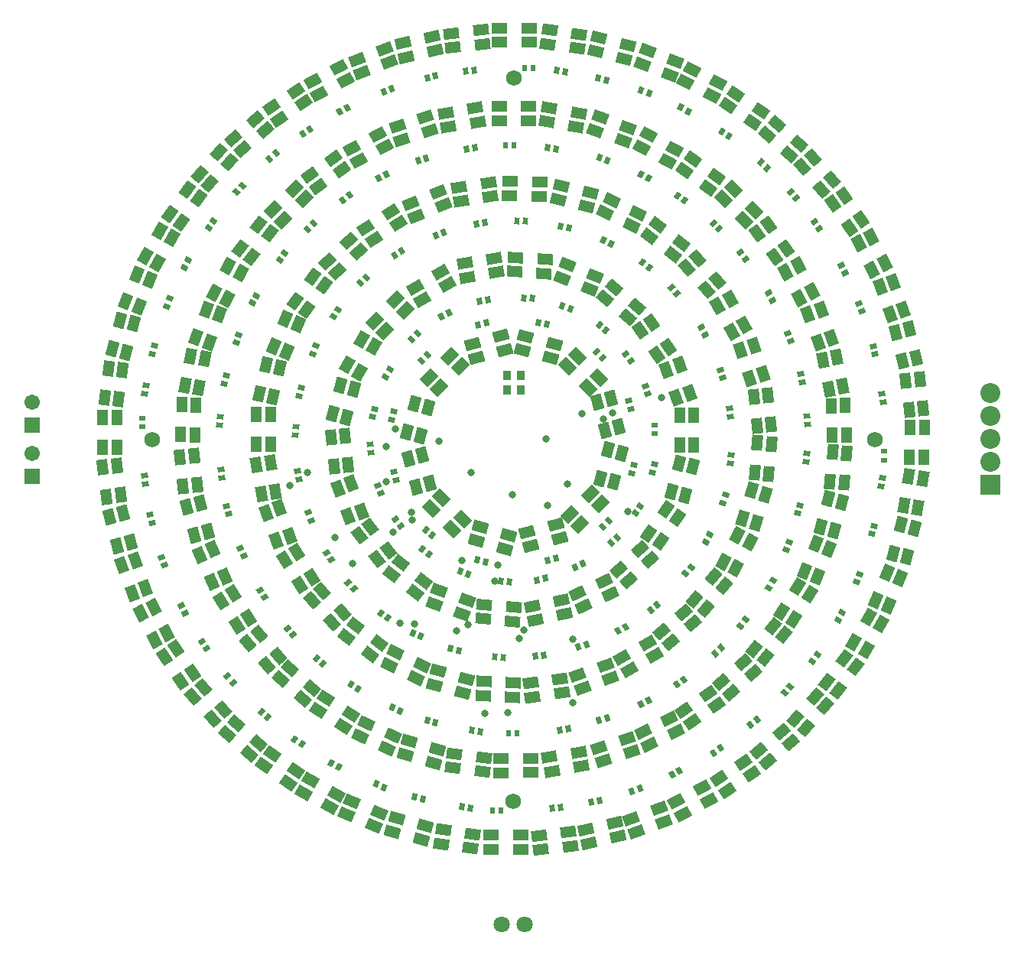
<source format=gts>
G04*
G04 #@! TF.GenerationSoftware,Altium Limited,Altium Designer,18.1.7 (191)*
G04*
G04 Layer_Color=8388736*
%FSLAX25Y25*%
%MOIN*%
G70*
G01*
G75*
G04:AMPARAMS|DCode=221|XSize=29.72mil|YSize=22.72mil|CornerRadius=0mil|HoleSize=0mil|Usage=FLASHONLY|Rotation=325.000|XOffset=0mil|YOffset=0mil|HoleType=Round|Shape=Rectangle|*
%AMROTATEDRECTD221*
4,1,4,-0.01869,-0.00078,-0.00566,0.01783,0.01869,0.00078,0.00566,-0.01783,-0.01869,-0.00078,0.0*
%
%ADD221ROTATEDRECTD221*%

G04:AMPARAMS|DCode=222|XSize=67.06mil|YSize=47.37mil|CornerRadius=0mil|HoleSize=0mil|Usage=FLASHONLY|Rotation=291.000|XOffset=0mil|YOffset=0mil|HoleType=Round|Shape=Rectangle|*
%AMROTATEDRECTD222*
4,1,4,-0.03413,0.02281,0.01010,0.03979,0.03413,-0.02281,-0.01010,-0.03979,-0.03413,0.02281,0.0*
%
%ADD222ROTATEDRECTD222*%

G04:AMPARAMS|DCode=223|XSize=67.06mil|YSize=47.37mil|CornerRadius=0mil|HoleSize=0mil|Usage=FLASHONLY|Rotation=285.000|XOffset=0mil|YOffset=0mil|HoleType=Round|Shape=Rectangle|*
%AMROTATEDRECTD223*
4,1,4,-0.03156,0.02626,0.01420,0.03852,0.03156,-0.02626,-0.01420,-0.03852,-0.03156,0.02626,0.0*
%
%ADD223ROTATEDRECTD223*%

G04:AMPARAMS|DCode=224|XSize=67.06mil|YSize=47.37mil|CornerRadius=0mil|HoleSize=0mil|Usage=FLASHONLY|Rotation=241.000|XOffset=0mil|YOffset=0mil|HoleType=Round|Shape=Rectangle|*
%AMROTATEDRECTD224*
4,1,4,-0.00446,0.04081,0.03697,0.01784,0.00446,-0.04081,-0.03697,-0.01784,-0.00446,0.04081,0.0*
%
%ADD224ROTATEDRECTD224*%

G04:AMPARAMS|DCode=225|XSize=67.06mil|YSize=47.37mil|CornerRadius=0mil|HoleSize=0mil|Usage=FLASHONLY|Rotation=353.000|XOffset=0mil|YOffset=0mil|HoleType=Round|Shape=Rectangle|*
%AMROTATEDRECTD225*
4,1,4,-0.03616,-0.01942,-0.03039,0.02759,0.03616,0.01942,0.03039,-0.02759,-0.03616,-0.01942,0.0*
%
%ADD225ROTATEDRECTD225*%

G04:AMPARAMS|DCode=226|XSize=29.72mil|YSize=22.72mil|CornerRadius=0mil|HoleSize=0mil|Usage=FLASHONLY|Rotation=18.000|XOffset=0mil|YOffset=0mil|HoleType=Round|Shape=Rectangle|*
%AMROTATEDRECTD226*
4,1,4,-0.01062,-0.01540,-0.01765,0.00621,0.01062,0.01540,0.01765,-0.00621,-0.01062,-0.01540,0.0*
%
%ADD226ROTATEDRECTD226*%

G04:AMPARAMS|DCode=227|XSize=67.06mil|YSize=47.37mil|CornerRadius=0mil|HoleSize=0mil|Usage=FLASHONLY|Rotation=345.000|XOffset=0mil|YOffset=0mil|HoleType=Round|Shape=Rectangle|*
%AMROTATEDRECTD227*
4,1,4,-0.03852,-0.01420,-0.02626,0.03156,0.03852,0.01420,0.02626,-0.03156,-0.03852,-0.01420,0.0*
%
%ADD227ROTATEDRECTD227*%

G04:AMPARAMS|DCode=228|XSize=29.72mil|YSize=22.72mil|CornerRadius=0mil|HoleSize=0mil|Usage=FLASHONLY|Rotation=295.000|XOffset=0mil|YOffset=0mil|HoleType=Round|Shape=Rectangle|*
%AMROTATEDRECTD228*
4,1,4,-0.01658,0.00867,0.00402,0.01827,0.01658,-0.00867,-0.00402,-0.01827,-0.01658,0.00867,0.0*
%
%ADD228ROTATEDRECTD228*%

G04:AMPARAMS|DCode=229|XSize=29.72mil|YSize=22.72mil|CornerRadius=0mil|HoleSize=0mil|Usage=FLASHONLY|Rotation=195.000|XOffset=0mil|YOffset=0mil|HoleType=Round|Shape=Rectangle|*
%AMROTATEDRECTD229*
4,1,4,0.01141,0.01482,0.01730,-0.00713,-0.01141,-0.01482,-0.01730,0.00713,0.01141,0.01482,0.0*
%
%ADD229ROTATEDRECTD229*%

G04:AMPARAMS|DCode=230|XSize=29.72mil|YSize=22.72mil|CornerRadius=0mil|HoleSize=0mil|Usage=FLASHONLY|Rotation=305.000|XOffset=0mil|YOffset=0mil|HoleType=Round|Shape=Rectangle|*
%AMROTATEDRECTD230*
4,1,4,-0.01783,0.00566,0.00078,0.01869,0.01783,-0.00566,-0.00078,-0.01869,-0.01783,0.00566,0.0*
%
%ADD230ROTATEDRECTD230*%

G04:AMPARAMS|DCode=231|XSize=29.72mil|YSize=22.72mil|CornerRadius=0mil|HoleSize=0mil|Usage=FLASHONLY|Rotation=152.000|XOffset=0mil|YOffset=0mil|HoleType=Round|Shape=Rectangle|*
%AMROTATEDRECTD231*
4,1,4,0.01846,0.00306,0.00779,-0.01701,-0.01846,-0.00306,-0.00779,0.01701,0.01846,0.00306,0.0*
%
%ADD231ROTATEDRECTD231*%

G04:AMPARAMS|DCode=232|XSize=29.72mil|YSize=22.72mil|CornerRadius=0mil|HoleSize=0mil|Usage=FLASHONLY|Rotation=143.000|XOffset=0mil|YOffset=0mil|HoleType=Round|Shape=Rectangle|*
%AMROTATEDRECTD232*
4,1,4,0.01871,0.00013,0.00503,-0.01802,-0.01871,-0.00013,-0.00503,0.01802,0.01871,0.00013,0.0*
%
%ADD232ROTATEDRECTD232*%

%ADD233R,0.02272X0.02972*%
G04:AMPARAMS|DCode=234|XSize=29.72mil|YSize=22.72mil|CornerRadius=0mil|HoleSize=0mil|Usage=FLASHONLY|Rotation=88.000|XOffset=0mil|YOffset=0mil|HoleType=Round|Shape=Rectangle|*
%AMROTATEDRECTD234*
4,1,4,0.01084,-0.01525,-0.01187,-0.01446,-0.01084,0.01525,0.01187,0.01446,0.01084,-0.01525,0.0*
%
%ADD234ROTATEDRECTD234*%

G04:AMPARAMS|DCode=235|XSize=29.72mil|YSize=22.72mil|CornerRadius=0mil|HoleSize=0mil|Usage=FLASHONLY|Rotation=36.000|XOffset=0mil|YOffset=0mil|HoleType=Round|Shape=Rectangle|*
%AMROTATEDRECTD235*
4,1,4,-0.00535,-0.01793,-0.01870,0.00046,0.00535,0.01793,0.01870,-0.00046,-0.00535,-0.01793,0.0*
%
%ADD235ROTATEDRECTD235*%

G04:AMPARAMS|DCode=236|XSize=29.72mil|YSize=22.72mil|CornerRadius=0mil|HoleSize=0mil|Usage=FLASHONLY|Rotation=42.000|XOffset=0mil|YOffset=0mil|HoleType=Round|Shape=Rectangle|*
%AMROTATEDRECTD236*
4,1,4,-0.00344,-0.01839,-0.01865,-0.00150,0.00344,0.01839,0.01865,0.00150,-0.00344,-0.01839,0.0*
%
%ADD236ROTATEDRECTD236*%

%ADD237R,0.03800X0.04300*%
G04:AMPARAMS|DCode=238|XSize=67.06mil|YSize=47.37mil|CornerRadius=0mil|HoleSize=0mil|Usage=FLASHONLY|Rotation=166.000|XOffset=0mil|YOffset=0mil|HoleType=Round|Shape=Rectangle|*
%AMROTATEDRECTD238*
4,1,4,0.03826,0.01487,0.02680,-0.03109,-0.03826,-0.01487,-0.02680,0.03109,0.03826,0.01487,0.0*
%
%ADD238ROTATEDRECTD238*%

G04:AMPARAMS|DCode=239|XSize=29.72mil|YSize=22.72mil|CornerRadius=0mil|HoleSize=0mil|Usage=FLASHONLY|Rotation=124.000|XOffset=0mil|YOffset=0mil|HoleType=Round|Shape=Rectangle|*
%AMROTATEDRECTD239*
4,1,4,0.01773,-0.00597,-0.00111,-0.01868,-0.01773,0.00597,0.00111,0.01868,0.01773,-0.00597,0.0*
%
%ADD239ROTATEDRECTD239*%

G04:AMPARAMS|DCode=240|XSize=67.06mil|YSize=47.37mil|CornerRadius=0mil|HoleSize=0mil|Usage=FLASHONLY|Rotation=214.000|XOffset=0mil|YOffset=0mil|HoleType=Round|Shape=Rectangle|*
%AMROTATEDRECTD240*
4,1,4,0.01455,0.03838,0.04104,-0.00089,-0.01455,-0.03838,-0.04104,0.00089,0.01455,0.03838,0.0*
%
%ADD240ROTATEDRECTD240*%

G04:AMPARAMS|DCode=241|XSize=29.72mil|YSize=22.72mil|CornerRadius=0mil|HoleSize=0mil|Usage=FLASHONLY|Rotation=165.000|XOffset=0mil|YOffset=0mil|HoleType=Round|Shape=Rectangle|*
%AMROTATEDRECTD241*
4,1,4,0.01730,0.00713,0.01141,-0.01482,-0.01730,-0.00713,-0.01141,0.01482,0.01730,0.00713,0.0*
%
%ADD241ROTATEDRECTD241*%

G04:AMPARAMS|DCode=242|XSize=29.72mil|YSize=22.72mil|CornerRadius=0mil|HoleSize=0mil|Usage=FLASHONLY|Rotation=277.000|XOffset=0mil|YOffset=0mil|HoleType=Round|Shape=Rectangle|*
%AMROTATEDRECTD242*
4,1,4,-0.01309,0.01337,0.00947,0.01614,0.01309,-0.01337,-0.00947,-0.01614,-0.01309,0.01337,0.0*
%
%ADD242ROTATEDRECTD242*%

G04:AMPARAMS|DCode=243|XSize=67.06mil|YSize=47.37mil|CornerRadius=0mil|HoleSize=0mil|Usage=FLASHONLY|Rotation=67.000|XOffset=0mil|YOffset=0mil|HoleType=Round|Shape=Rectangle|*
%AMROTATEDRECTD243*
4,1,4,0.00870,-0.04012,-0.03490,-0.02161,-0.00870,0.04012,0.03490,0.02161,0.00870,-0.04012,0.0*
%
%ADD243ROTATEDRECTD243*%

G04:AMPARAMS|DCode=244|XSize=67.06mil|YSize=47.37mil|CornerRadius=0mil|HoleSize=0mil|Usage=FLASHONLY|Rotation=268.000|XOffset=0mil|YOffset=0mil|HoleType=Round|Shape=Rectangle|*
%AMROTATEDRECTD244*
4,1,4,-0.02250,0.03433,0.02484,0.03268,0.02250,-0.03433,-0.02484,-0.03268,-0.02250,0.03433,0.0*
%
%ADD244ROTATEDRECTD244*%

G04:AMPARAMS|DCode=245|XSize=67.06mil|YSize=47.37mil|CornerRadius=0mil|HoleSize=0mil|Usage=FLASHONLY|Rotation=224.000|XOffset=0mil|YOffset=0mil|HoleType=Round|Shape=Rectangle|*
%AMROTATEDRECTD245*
4,1,4,0.00767,0.04033,0.04057,0.00625,-0.00767,-0.04033,-0.04057,-0.00625,0.00767,0.04033,0.0*
%
%ADD245ROTATEDRECTD245*%

G04:AMPARAMS|DCode=246|XSize=29.72mil|YSize=22.72mil|CornerRadius=0mil|HoleSize=0mil|Usage=FLASHONLY|Rotation=134.000|XOffset=0mil|YOffset=0mil|HoleType=Round|Shape=Rectangle|*
%AMROTATEDRECTD246*
4,1,4,0.01850,-0.00280,0.00215,-0.01858,-0.01850,0.00280,-0.00215,0.01858,0.01850,-0.00280,0.0*
%
%ADD246ROTATEDRECTD246*%

G04:AMPARAMS|DCode=247|XSize=67.06mil|YSize=47.37mil|CornerRadius=0mil|HoleSize=0mil|Usage=FLASHONLY|Rotation=201.000|XOffset=0mil|YOffset=0mil|HoleType=Round|Shape=Rectangle|*
%AMROTATEDRECTD247*
4,1,4,0.02281,0.03413,0.03979,-0.01010,-0.02281,-0.03413,-0.03979,0.01010,0.02281,0.03413,0.0*
%
%ADD247ROTATEDRECTD247*%

G04:AMPARAMS|DCode=248|XSize=67.06mil|YSize=47.37mil|CornerRadius=0mil|HoleSize=0mil|Usage=FLASHONLY|Rotation=228.000|XOffset=0mil|YOffset=0mil|HoleType=Round|Shape=Rectangle|*
%AMROTATEDRECTD248*
4,1,4,0.00483,0.04076,0.04004,0.00907,-0.00483,-0.04076,-0.04004,-0.00907,0.00483,0.04076,0.0*
%
%ADD248ROTATEDRECTD248*%

G04:AMPARAMS|DCode=249|XSize=67.06mil|YSize=47.37mil|CornerRadius=0mil|HoleSize=0mil|Usage=FLASHONLY|Rotation=255.000|XOffset=0mil|YOffset=0mil|HoleType=Round|Shape=Rectangle|*
%AMROTATEDRECTD249*
4,1,4,-0.01420,0.03852,0.03156,0.02626,0.01420,-0.03852,-0.03156,-0.02626,-0.01420,0.03852,0.0*
%
%ADD249ROTATEDRECTD249*%

G04:AMPARAMS|DCode=250|XSize=67.06mil|YSize=47.37mil|CornerRadius=0mil|HoleSize=0mil|Usage=FLASHONLY|Rotation=193.000|XOffset=0mil|YOffset=0mil|HoleType=Round|Shape=Rectangle|*
%AMROTATEDRECTD250*
4,1,4,0.02734,0.03062,0.03800,-0.01554,-0.02734,-0.03062,-0.03800,0.01554,0.02734,0.03062,0.0*
%
%ADD250ROTATEDRECTD250*%

G04:AMPARAMS|DCode=251|XSize=67.06mil|YSize=47.37mil|CornerRadius=0mil|HoleSize=0mil|Usage=FLASHONLY|Rotation=221.000|XOffset=0mil|YOffset=0mil|HoleType=Round|Shape=Rectangle|*
%AMROTATEDRECTD251*
4,1,4,0.00977,0.03987,0.04084,0.00412,-0.00977,-0.03987,-0.04084,-0.00412,0.00977,0.03987,0.0*
%
%ADD251ROTATEDRECTD251*%

G04:AMPARAMS|DCode=252|XSize=67.06mil|YSize=47.37mil|CornerRadius=0mil|HoleSize=0mil|Usage=FLASHONLY|Rotation=248.000|XOffset=0mil|YOffset=0mil|HoleType=Round|Shape=Rectangle|*
%AMROTATEDRECTD252*
4,1,4,-0.00940,0.03996,0.03452,0.02221,0.00940,-0.03996,-0.03452,-0.02221,-0.00940,0.03996,0.0*
%
%ADD252ROTATEDRECTD252*%

G04:AMPARAMS|DCode=253|XSize=67.06mil|YSize=47.37mil|CornerRadius=0mil|HoleSize=0mil|Usage=FLASHONLY|Rotation=186.000|XOffset=0mil|YOffset=0mil|HoleType=Round|Shape=Rectangle|*
%AMROTATEDRECTD253*
4,1,4,0.03087,0.02706,0.03582,-0.02005,-0.03087,-0.02706,-0.03582,0.02005,0.03087,0.02706,0.0*
%
%ADD253ROTATEDRECTD253*%

G04:AMPARAMS|DCode=254|XSize=67.06mil|YSize=47.37mil|CornerRadius=0mil|HoleSize=0mil|Usage=FLASHONLY|Rotation=208.000|XOffset=0mil|YOffset=0mil|HoleType=Round|Shape=Rectangle|*
%AMROTATEDRECTD254*
4,1,4,0.01848,0.03665,0.04072,-0.00517,-0.01848,-0.03665,-0.04072,0.00517,0.01848,0.03665,0.0*
%
%ADD254ROTATEDRECTD254*%

%ADD255R,0.06706X0.04737*%
G04:AMPARAMS|DCode=256|XSize=67.06mil|YSize=47.37mil|CornerRadius=0mil|HoleSize=0mil|Usage=FLASHONLY|Rotation=234.000|XOffset=0mil|YOffset=0mil|HoleType=Round|Shape=Rectangle|*
%AMROTATEDRECTD256*
4,1,4,0.00055,0.04105,0.03887,0.01320,-0.00055,-0.04105,-0.03887,-0.01320,0.00055,0.04105,0.0*
%
%ADD256ROTATEDRECTD256*%

G04:AMPARAMS|DCode=257|XSize=67.06mil|YSize=47.37mil|CornerRadius=0mil|HoleSize=0mil|Usage=FLASHONLY|Rotation=311.000|XOffset=0mil|YOffset=0mil|HoleType=Round|Shape=Rectangle|*
%AMROTATEDRECTD257*
4,1,4,-0.03987,0.00977,-0.00412,0.04084,0.03987,-0.00977,0.00412,-0.04084,-0.03987,0.00977,0.0*
%
%ADD257ROTATEDRECTD257*%

G04:AMPARAMS|DCode=258|XSize=67.06mil|YSize=47.37mil|CornerRadius=0mil|HoleSize=0mil|Usage=FLASHONLY|Rotation=337.000|XOffset=0mil|YOffset=0mil|HoleType=Round|Shape=Rectangle|*
%AMROTATEDRECTD258*
4,1,4,-0.04012,-0.00870,-0.02161,0.03490,0.04012,0.00870,0.02161,-0.03490,-0.04012,-0.00870,0.0*
%
%ADD258ROTATEDRECTD258*%

G04:AMPARAMS|DCode=259|XSize=67.06mil|YSize=47.37mil|CornerRadius=0mil|HoleSize=0mil|Usage=FLASHONLY|Rotation=277.000|XOffset=0mil|YOffset=0mil|HoleType=Round|Shape=Rectangle|*
%AMROTATEDRECTD259*
4,1,4,-0.02759,0.03039,0.01942,0.03616,0.02759,-0.03039,-0.01942,-0.03616,-0.02759,0.03039,0.0*
%
%ADD259ROTATEDRECTD259*%

G04:AMPARAMS|DCode=260|XSize=67.06mil|YSize=47.37mil|CornerRadius=0mil|HoleSize=0mil|Usage=FLASHONLY|Rotation=304.000|XOffset=0mil|YOffset=0mil|HoleType=Round|Shape=Rectangle|*
%AMROTATEDRECTD260*
4,1,4,-0.03838,0.01455,0.00089,0.04104,0.03838,-0.01455,-0.00089,-0.04104,-0.03838,0.01455,0.0*
%
%ADD260ROTATEDRECTD260*%

G04:AMPARAMS|DCode=261|XSize=67.06mil|YSize=47.37mil|CornerRadius=0mil|HoleSize=0mil|Usage=FLASHONLY|Rotation=331.000|XOffset=0mil|YOffset=0mil|HoleType=Round|Shape=Rectangle|*
%AMROTATEDRECTD261*
4,1,4,-0.04081,-0.00446,-0.01784,0.03697,0.04081,0.00446,0.01784,-0.03697,-0.04081,-0.00446,0.0*
%
%ADD261ROTATEDRECTD261*%

%ADD262R,0.04737X0.06706*%
G04:AMPARAMS|DCode=263|XSize=67.06mil|YSize=47.37mil|CornerRadius=0mil|HoleSize=0mil|Usage=FLASHONLY|Rotation=297.000|XOffset=0mil|YOffset=0mil|HoleType=Round|Shape=Rectangle|*
%AMROTATEDRECTD263*
4,1,4,-0.03633,0.01912,0.00588,0.04063,0.03633,-0.01912,-0.00588,-0.04063,-0.03633,0.01912,0.0*
%
%ADD263ROTATEDRECTD263*%

G04:AMPARAMS|DCode=264|XSize=67.06mil|YSize=47.37mil|CornerRadius=0mil|HoleSize=0mil|Usage=FLASHONLY|Rotation=325.000|XOffset=0mil|YOffset=0mil|HoleType=Round|Shape=Rectangle|*
%AMROTATEDRECTD264*
4,1,4,-0.04105,-0.00017,-0.01388,0.03863,0.04105,0.00017,0.01388,-0.03863,-0.04105,-0.00017,0.0*
%
%ADD264ROTATEDRECTD264*%

G04:AMPARAMS|DCode=265|XSize=67.06mil|YSize=47.37mil|CornerRadius=0mil|HoleSize=0mil|Usage=FLASHONLY|Rotation=263.000|XOffset=0mil|YOffset=0mil|HoleType=Round|Shape=Rectangle|*
%AMROTATEDRECTD265*
4,1,4,-0.01942,0.03616,0.02759,0.03039,0.01942,-0.03616,-0.02759,-0.03039,-0.01942,0.03616,0.0*
%
%ADD265ROTATEDRECTD265*%

G04:AMPARAMS|DCode=266|XSize=67.06mil|YSize=47.37mil|CornerRadius=0mil|HoleSize=0mil|Usage=FLASHONLY|Rotation=290.000|XOffset=0mil|YOffset=0mil|HoleType=Round|Shape=Rectangle|*
%AMROTATEDRECTD266*
4,1,4,-0.03372,0.02341,0.01079,0.03961,0.03372,-0.02341,-0.01079,-0.03961,-0.03372,0.02341,0.0*
%
%ADD266ROTATEDRECTD266*%

G04:AMPARAMS|DCode=267|XSize=67.06mil|YSize=47.37mil|CornerRadius=0mil|HoleSize=0mil|Usage=FLASHONLY|Rotation=319.000|XOffset=0mil|YOffset=0mil|HoleType=Round|Shape=Rectangle|*
%AMROTATEDRECTD267*
4,1,4,-0.04084,0.00412,-0.00977,0.03987,0.04084,-0.00412,0.00977,-0.03987,-0.04084,0.00412,0.0*
%
%ADD267ROTATEDRECTD267*%

G04:AMPARAMS|DCode=268|XSize=67.06mil|YSize=47.37mil|CornerRadius=0mil|HoleSize=0mil|Usage=FLASHONLY|Rotation=7.000|XOffset=0mil|YOffset=0mil|HoleType=Round|Shape=Rectangle|*
%AMROTATEDRECTD268*
4,1,4,-0.03039,-0.02759,-0.03616,0.01942,0.03039,0.02759,0.03616,-0.01942,-0.03039,-0.02759,0.0*
%
%ADD268ROTATEDRECTD268*%

G04:AMPARAMS|DCode=269|XSize=67.06mil|YSize=47.37mil|CornerRadius=0mil|HoleSize=0mil|Usage=FLASHONLY|Rotation=40.000|XOffset=0mil|YOffset=0mil|HoleType=Round|Shape=Rectangle|*
%AMROTATEDRECTD269*
4,1,4,-0.01046,-0.03970,-0.04091,-0.00341,0.01046,0.03970,0.04091,0.00341,-0.01046,-0.03970,0.0*
%
%ADD269ROTATEDRECTD269*%

G04:AMPARAMS|DCode=270|XSize=67.06mil|YSize=47.37mil|CornerRadius=0mil|HoleSize=0mil|Usage=FLASHONLY|Rotation=352.000|XOffset=0mil|YOffset=0mil|HoleType=Round|Shape=Rectangle|*
%AMROTATEDRECTD270*
4,1,4,-0.03650,-0.01879,-0.02991,0.02812,0.03650,0.01879,0.02991,-0.02812,-0.03650,-0.01879,0.0*
%
%ADD270ROTATEDRECTD270*%

G04:AMPARAMS|DCode=271|XSize=67.06mil|YSize=47.37mil|CornerRadius=0mil|HoleSize=0mil|Usage=FLASHONLY|Rotation=60.000|XOffset=0mil|YOffset=0mil|HoleType=Round|Shape=Rectangle|*
%AMROTATEDRECTD271*
4,1,4,0.00375,-0.04088,-0.03728,-0.01719,-0.00375,0.04088,0.03728,0.01719,0.00375,-0.04088,0.0*
%
%ADD271ROTATEDRECTD271*%

G04:AMPARAMS|DCode=272|XSize=67.06mil|YSize=47.37mil|CornerRadius=0mil|HoleSize=0mil|Usage=FLASHONLY|Rotation=344.000|XOffset=0mil|YOffset=0mil|HoleType=Round|Shape=Rectangle|*
%AMROTATEDRECTD272*
4,1,4,-0.03876,-0.01353,-0.02570,0.03201,0.03876,0.01353,0.02570,-0.03201,-0.03876,-0.01353,0.0*
%
%ADD272ROTATEDRECTD272*%

G04:AMPARAMS|DCode=273|XSize=67.06mil|YSize=47.37mil|CornerRadius=0mil|HoleSize=0mil|Usage=FLASHONLY|Rotation=20.000|XOffset=0mil|YOffset=0mil|HoleType=Round|Shape=Rectangle|*
%AMROTATEDRECTD273*
4,1,4,-0.02341,-0.03372,-0.03961,0.01079,0.02341,0.03372,0.03961,-0.01079,-0.02341,-0.03372,0.0*
%
%ADD273ROTATEDRECTD273*%

G04:AMPARAMS|DCode=274|XSize=67.06mil|YSize=47.37mil|CornerRadius=0mil|HoleSize=0mil|Usage=FLASHONLY|Rotation=53.000|XOffset=0mil|YOffset=0mil|HoleType=Round|Shape=Rectangle|*
%AMROTATEDRECTD274*
4,1,4,-0.00126,-0.04103,-0.03909,-0.01252,0.00126,0.04103,0.03909,0.01252,-0.00126,-0.04103,0.0*
%
%ADD274ROTATEDRECTD274*%

G04:AMPARAMS|DCode=275|XSize=67.06mil|YSize=47.37mil|CornerRadius=0mil|HoleSize=0mil|Usage=FLASHONLY|Rotation=104.000|XOffset=0mil|YOffset=0mil|HoleType=Round|Shape=Rectangle|*
%AMROTATEDRECTD275*
4,1,4,0.03109,-0.02680,-0.01487,-0.03826,-0.03109,0.02680,0.01487,0.03826,0.03109,-0.02680,0.0*
%
%ADD275ROTATEDRECTD275*%

G04:AMPARAMS|DCode=276|XSize=67.06mil|YSize=47.37mil|CornerRadius=0mil|HoleSize=0mil|Usage=FLASHONLY|Rotation=138.000|XOffset=0mil|YOffset=0mil|HoleType=Round|Shape=Rectangle|*
%AMROTATEDRECTD276*
4,1,4,0.04076,-0.00483,0.00907,-0.04004,-0.04076,0.00483,-0.00907,0.04004,0.04076,-0.00483,0.0*
%
%ADD276ROTATEDRECTD276*%

G04:AMPARAMS|DCode=277|XSize=67.06mil|YSize=47.37mil|CornerRadius=0mil|HoleSize=0mil|Usage=FLASHONLY|Rotation=96.000|XOffset=0mil|YOffset=0mil|HoleType=Round|Shape=Rectangle|*
%AMROTATEDRECTD277*
4,1,4,0.02706,-0.03087,-0.02005,-0.03582,-0.02706,0.03087,0.02005,0.03582,0.02706,-0.03087,0.0*
%
%ADD277ROTATEDRECTD277*%

G04:AMPARAMS|DCode=278|XSize=67.06mil|YSize=47.37mil|CornerRadius=0mil|HoleSize=0mil|Usage=FLASHONLY|Rotation=89.000|XOffset=0mil|YOffset=0mil|HoleType=Round|Shape=Rectangle|*
%AMROTATEDRECTD278*
4,1,4,0.02310,-0.03394,-0.02427,-0.03311,-0.02310,0.03394,0.02427,0.03311,0.02310,-0.03394,0.0*
%
%ADD278ROTATEDRECTD278*%

G04:AMPARAMS|DCode=279|XSize=67.06mil|YSize=47.37mil|CornerRadius=0mil|HoleSize=0mil|Usage=FLASHONLY|Rotation=159.000|XOffset=0mil|YOffset=0mil|HoleType=Round|Shape=Rectangle|*
%AMROTATEDRECTD279*
4,1,4,0.03979,0.01010,0.02281,-0.03413,-0.03979,-0.01010,-0.02281,0.03413,0.03979,0.01010,0.0*
%
%ADD279ROTATEDRECTD279*%

G04:AMPARAMS|DCode=280|XSize=67.06mil|YSize=47.37mil|CornerRadius=0mil|HoleSize=0mil|Usage=FLASHONLY|Rotation=125.000|XOffset=0mil|YOffset=0mil|HoleType=Round|Shape=Rectangle|*
%AMROTATEDRECTD280*
4,1,4,0.03863,-0.01388,-0.00017,-0.04105,-0.03863,0.01388,0.00017,0.04105,0.03863,-0.01388,0.0*
%
%ADD280ROTATEDRECTD280*%

G04:AMPARAMS|DCode=281|XSize=67.06mil|YSize=47.37mil|CornerRadius=0mil|HoleSize=0mil|Usage=FLASHONLY|Rotation=80.000|XOffset=0mil|YOffset=0mil|HoleType=Round|Shape=Rectangle|*
%AMROTATEDRECTD281*
4,1,4,0.01750,-0.03713,-0.02915,-0.02891,-0.01750,0.03713,0.02915,0.02891,0.01750,-0.03713,0.0*
%
%ADD281ROTATEDRECTD281*%

G04:AMPARAMS|DCode=282|XSize=67.06mil|YSize=47.37mil|CornerRadius=0mil|HoleSize=0mil|Usage=FLASHONLY|Rotation=153.000|XOffset=0mil|YOffset=0mil|HoleType=Round|Shape=Rectangle|*
%AMROTATEDRECTD282*
4,1,4,0.04063,0.00588,0.01912,-0.03633,-0.04063,-0.00588,-0.01912,0.03633,0.04063,0.00588,0.0*
%
%ADD282ROTATEDRECTD282*%

G04:AMPARAMS|DCode=283|XSize=67.06mil|YSize=47.37mil|CornerRadius=0mil|HoleSize=0mil|Usage=FLASHONLY|Rotation=146.000|XOffset=0mil|YOffset=0mil|HoleType=Round|Shape=Rectangle|*
%AMROTATEDRECTD283*
4,1,4,0.04104,0.00089,0.01455,-0.03838,-0.04104,-0.00089,-0.01455,0.03838,0.04104,0.00089,0.0*
%
%ADD283ROTATEDRECTD283*%

G04:AMPARAMS|DCode=284|XSize=67.06mil|YSize=47.37mil|CornerRadius=0mil|HoleSize=0mil|Usage=FLASHONLY|Rotation=198.000|XOffset=0mil|YOffset=0mil|HoleType=Round|Shape=Rectangle|*
%AMROTATEDRECTD284*
4,1,4,0.02457,0.03289,0.03921,-0.01217,-0.02457,-0.03289,-0.03921,0.01217,0.02457,0.03289,0.0*
%
%ADD284ROTATEDRECTD284*%

G04:AMPARAMS|DCode=285|XSize=67.06mil|YSize=47.37mil|CornerRadius=0mil|HoleSize=0mil|Usage=FLASHONLY|Rotation=190.000|XOffset=0mil|YOffset=0mil|HoleType=Round|Shape=Rectangle|*
%AMROTATEDRECTD285*
4,1,4,0.02891,0.02915,0.03713,-0.01750,-0.02891,-0.02915,-0.03713,0.01750,0.02891,0.02915,0.0*
%
%ADD285ROTATEDRECTD285*%

G04:AMPARAMS|DCode=286|XSize=67.06mil|YSize=47.37mil|CornerRadius=0mil|HoleSize=0mil|Usage=FLASHONLY|Rotation=225.000|XOffset=0mil|YOffset=0mil|HoleType=Round|Shape=Rectangle|*
%AMROTATEDRECTD286*
4,1,4,0.00696,0.04046,0.04046,0.00696,-0.00696,-0.04046,-0.04046,-0.00696,0.00696,0.04046,0.0*
%
%ADD286ROTATEDRECTD286*%

G04:AMPARAMS|DCode=287|XSize=67.06mil|YSize=47.37mil|CornerRadius=0mil|HoleSize=0mil|Usage=FLASHONLY|Rotation=216.000|XOffset=0mil|YOffset=0mil|HoleType=Round|Shape=Rectangle|*
%AMROTATEDRECTD287*
4,1,4,0.01320,0.03887,0.04105,0.00055,-0.01320,-0.03887,-0.04105,-0.00055,0.01320,0.03887,0.0*
%
%ADD287ROTATEDRECTD287*%

G04:AMPARAMS|DCode=288|XSize=67.06mil|YSize=47.37mil|CornerRadius=0mil|HoleSize=0mil|Usage=FLASHONLY|Rotation=259.000|XOffset=0mil|YOffset=0mil|HoleType=Round|Shape=Rectangle|*
%AMROTATEDRECTD288*
4,1,4,-0.01685,0.03743,0.02965,0.02839,0.01685,-0.03743,-0.02965,-0.02839,-0.01685,0.03743,0.0*
%
%ADD288ROTATEDRECTD288*%

G04:AMPARAMS|DCode=289|XSize=67.06mil|YSize=47.37mil|CornerRadius=0mil|HoleSize=0mil|Usage=FLASHONLY|Rotation=170.000|XOffset=0mil|YOffset=0mil|HoleType=Round|Shape=Rectangle|*
%AMROTATEDRECTD289*
4,1,4,0.03713,0.01750,0.02891,-0.02915,-0.03713,-0.01750,-0.02891,0.02915,0.03713,0.01750,0.0*
%
%ADD289ROTATEDRECTD289*%

G04:AMPARAMS|DCode=290|XSize=67.06mil|YSize=47.37mil|CornerRadius=0mil|HoleSize=0mil|Usage=FLASHONLY|Rotation=250.000|XOffset=0mil|YOffset=0mil|HoleType=Round|Shape=Rectangle|*
%AMROTATEDRECTD290*
4,1,4,-0.01079,0.03961,0.03372,0.02341,0.01079,-0.03961,-0.03372,-0.02341,-0.01079,0.03961,0.0*
%
%ADD290ROTATEDRECTD290*%

G04:AMPARAMS|DCode=291|XSize=67.06mil|YSize=47.37mil|CornerRadius=0mil|HoleSize=0mil|Usage=FLASHONLY|Rotation=242.000|XOffset=0mil|YOffset=0mil|HoleType=Round|Shape=Rectangle|*
%AMROTATEDRECTD291*
4,1,4,-0.00517,0.04072,0.03665,0.01848,0.00517,-0.04072,-0.03665,-0.01848,-0.00517,0.04072,0.0*
%
%ADD291ROTATEDRECTD291*%

G04:AMPARAMS|DCode=292|XSize=67.06mil|YSize=47.37mil|CornerRadius=0mil|HoleSize=0mil|Usage=FLASHONLY|Rotation=310.000|XOffset=0mil|YOffset=0mil|HoleType=Round|Shape=Rectangle|*
%AMROTATEDRECTD292*
4,1,4,-0.03970,0.01046,-0.00341,0.04091,0.03970,-0.01046,0.00341,-0.04091,-0.03970,0.01046,0.0*
%
%ADD292ROTATEDRECTD292*%

G04:AMPARAMS|DCode=293|XSize=67.06mil|YSize=47.37mil|CornerRadius=0mil|HoleSize=0mil|Usage=FLASHONLY|Rotation=26.000|XOffset=0mil|YOffset=0mil|HoleType=Round|Shape=Rectangle|*
%AMROTATEDRECTD293*
4,1,4,-0.01975,-0.03599,-0.04052,0.00659,0.01975,0.03599,0.04052,-0.00659,-0.01975,-0.03599,0.0*
%
%ADD293ROTATEDRECTD293*%

G04:AMPARAMS|DCode=294|XSize=67.06mil|YSize=47.37mil|CornerRadius=0mil|HoleSize=0mil|Usage=FLASHONLY|Rotation=302.000|XOffset=0mil|YOffset=0mil|HoleType=Round|Shape=Rectangle|*
%AMROTATEDRECTD294*
4,1,4,-0.03785,0.01588,0.00232,0.04098,0.03785,-0.01588,-0.00232,-0.04098,-0.03785,0.01588,0.0*
%
%ADD294ROTATEDRECTD294*%

G04:AMPARAMS|DCode=295|XSize=67.06mil|YSize=47.37mil|CornerRadius=0mil|HoleSize=0mil|Usage=FLASHONLY|Rotation=335.000|XOffset=0mil|YOffset=0mil|HoleType=Round|Shape=Rectangle|*
%AMROTATEDRECTD295*
4,1,4,-0.04040,-0.00730,-0.02038,0.03564,0.04040,0.00730,0.02038,-0.03564,-0.04040,-0.00730,0.0*
%
%ADD295ROTATEDRECTD295*%

G04:AMPARAMS|DCode=296|XSize=67.06mil|YSize=47.37mil|CornerRadius=0mil|HoleSize=0mil|Usage=FLASHONLY|Rotation=294.000|XOffset=0mil|YOffset=0mil|HoleType=Round|Shape=Rectangle|*
%AMROTATEDRECTD296*
4,1,4,-0.03527,0.02100,0.00800,0.04026,0.03527,-0.02100,-0.00800,-0.04026,-0.03527,0.02100,0.0*
%
%ADD296ROTATEDRECTD296*%

G04:AMPARAMS|DCode=297|XSize=67.06mil|YSize=47.37mil|CornerRadius=0mil|HoleSize=0mil|Usage=FLASHONLY|Rotation=327.000|XOffset=0mil|YOffset=0mil|HoleType=Round|Shape=Rectangle|*
%AMROTATEDRECTD297*
4,1,4,-0.04102,-0.00160,-0.01522,0.03812,0.04102,0.00160,0.01522,-0.03812,-0.04102,-0.00160,0.0*
%
%ADD297ROTATEDRECTD297*%

G04:AMPARAMS|DCode=298|XSize=67.06mil|YSize=47.37mil|CornerRadius=0mil|HoleSize=0mil|Usage=FLASHONLY|Rotation=1.000|XOffset=0mil|YOffset=0mil|HoleType=Round|Shape=Rectangle|*
%AMROTATEDRECTD298*
4,1,4,-0.03311,-0.02427,-0.03394,0.02310,0.03311,0.02427,0.03394,-0.02310,-0.03311,-0.02427,0.0*
%
%ADD298ROTATEDRECTD298*%

G04:AMPARAMS|DCode=299|XSize=67.06mil|YSize=47.37mil|CornerRadius=0mil|HoleSize=0mil|Usage=FLASHONLY|Rotation=160.000|XOffset=0mil|YOffset=0mil|HoleType=Round|Shape=Rectangle|*
%AMROTATEDRECTD299*
4,1,4,0.03961,0.01079,0.02341,-0.03372,-0.03961,-0.01079,-0.02341,0.03372,0.03961,0.01079,0.0*
%
%ADD299ROTATEDRECTD299*%

G04:AMPARAMS|DCode=300|XSize=67.06mil|YSize=47.37mil|CornerRadius=0mil|HoleSize=0mil|Usage=FLASHONLY|Rotation=152.000|XOffset=0mil|YOffset=0mil|HoleType=Round|Shape=Rectangle|*
%AMROTATEDRECTD300*
4,1,4,0.04072,0.00517,0.01848,-0.03665,-0.04072,-0.00517,-0.01848,0.03665,0.04072,0.00517,0.0*
%
%ADD300ROTATEDRECTD300*%

G04:AMPARAMS|DCode=301|XSize=67.06mil|YSize=47.37mil|CornerRadius=0mil|HoleSize=0mil|Usage=FLASHONLY|Rotation=58.000|XOffset=0mil|YOffset=0mil|HoleType=Round|Shape=Rectangle|*
%AMROTATEDRECTD301*
4,1,4,0.00232,-0.04098,-0.03785,-0.01588,-0.00232,0.04098,0.03785,0.01588,0.00232,-0.04098,0.0*
%
%ADD301ROTATEDRECTD301*%

G04:AMPARAMS|DCode=302|XSize=67.06mil|YSize=47.37mil|CornerRadius=0mil|HoleSize=0mil|Usage=FLASHONLY|Rotation=101.000|XOffset=0mil|YOffset=0mil|HoleType=Round|Shape=Rectangle|*
%AMROTATEDRECTD302*
4,1,4,0.02965,-0.02839,-0.01685,-0.03743,-0.02965,0.02839,0.01685,0.03743,0.02965,-0.02839,0.0*
%
%ADD302ROTATEDRECTD302*%

G04:AMPARAMS|DCode=303|XSize=67.06mil|YSize=47.37mil|CornerRadius=0mil|HoleSize=0mil|Usage=FLASHONLY|Rotation=144.000|XOffset=0mil|YOffset=0mil|HoleType=Round|Shape=Rectangle|*
%AMROTATEDRECTD303*
4,1,4,0.04105,-0.00055,0.01320,-0.03887,-0.04105,0.00055,-0.01320,0.03887,0.04105,-0.00055,0.0*
%
%ADD303ROTATEDRECTD303*%

G04:AMPARAMS|DCode=304|XSize=67.06mil|YSize=47.37mil|CornerRadius=0mil|HoleSize=0mil|Usage=FLASHONLY|Rotation=51.000|XOffset=0mil|YOffset=0mil|HoleType=Round|Shape=Rectangle|*
%AMROTATEDRECTD304*
4,1,4,-0.00269,-0.04096,-0.03951,-0.01115,0.00269,0.04096,0.03951,0.01115,-0.00269,-0.04096,0.0*
%
%ADD304ROTATEDRECTD304*%

G04:AMPARAMS|DCode=305|XSize=67.06mil|YSize=47.37mil|CornerRadius=0mil|HoleSize=0mil|Usage=FLASHONLY|Rotation=92.000|XOffset=0mil|YOffset=0mil|HoleType=Round|Shape=Rectangle|*
%AMROTATEDRECTD305*
4,1,4,0.02484,-0.03268,-0.02250,-0.03433,-0.02484,0.03268,0.02250,0.03433,0.02484,-0.03268,0.0*
%
%ADD305ROTATEDRECTD305*%

G04:AMPARAMS|DCode=306|XSize=67.06mil|YSize=47.37mil|CornerRadius=0mil|HoleSize=0mil|Usage=FLASHONLY|Rotation=135.000|XOffset=0mil|YOffset=0mil|HoleType=Round|Shape=Rectangle|*
%AMROTATEDRECTD306*
4,1,4,0.04046,-0.00696,0.00696,-0.04046,-0.04046,0.00696,-0.00696,0.04046,0.04046,-0.00696,0.0*
%
%ADD306ROTATEDRECTD306*%

G04:AMPARAMS|DCode=307|XSize=67.06mil|YSize=47.37mil|CornerRadius=0mil|HoleSize=0mil|Usage=FLASHONLY|Rotation=42.000|XOffset=0mil|YOffset=0mil|HoleType=Round|Shape=Rectangle|*
%AMROTATEDRECTD307*
4,1,4,-0.00907,-0.04004,-0.04076,-0.00483,0.00907,0.04004,0.04076,0.00483,-0.00907,-0.04004,0.0*
%
%ADD307ROTATEDRECTD307*%

G04:AMPARAMS|DCode=308|XSize=67.06mil|YSize=47.37mil|CornerRadius=0mil|HoleSize=0mil|Usage=FLASHONLY|Rotation=85.000|XOffset=0mil|YOffset=0mil|HoleType=Round|Shape=Rectangle|*
%AMROTATEDRECTD308*
4,1,4,0.02067,-0.03546,-0.02652,-0.03134,-0.02067,0.03546,0.02652,0.03134,0.02067,-0.03546,0.0*
%
%ADD308ROTATEDRECTD308*%

G04:AMPARAMS|DCode=309|XSize=67.06mil|YSize=47.37mil|CornerRadius=0mil|HoleSize=0mil|Usage=FLASHONLY|Rotation=126.000|XOffset=0mil|YOffset=0mil|HoleType=Round|Shape=Rectangle|*
%AMROTATEDRECTD309*
4,1,4,0.03887,-0.01320,0.00055,-0.04105,-0.03887,0.01320,-0.00055,0.04105,0.03887,-0.01320,0.0*
%
%ADD309ROTATEDRECTD309*%

G04:AMPARAMS|DCode=310|XSize=67.06mil|YSize=47.37mil|CornerRadius=0mil|HoleSize=0mil|Usage=FLASHONLY|Rotation=35.000|XOffset=0mil|YOffset=0mil|HoleType=Round|Shape=Rectangle|*
%AMROTATEDRECTD310*
4,1,4,-0.01388,-0.03863,-0.04105,0.00017,0.01388,0.03863,0.04105,-0.00017,-0.01388,-0.03863,0.0*
%
%ADD310ROTATEDRECTD310*%

G04:AMPARAMS|DCode=311|XSize=67.06mil|YSize=47.37mil|CornerRadius=0mil|HoleSize=0mil|Usage=FLASHONLY|Rotation=118.000|XOffset=0mil|YOffset=0mil|HoleType=Round|Shape=Rectangle|*
%AMROTATEDRECTD311*
4,1,4,0.03665,-0.01848,-0.00517,-0.04072,-0.03665,0.01848,0.00517,0.04072,0.03665,-0.01848,0.0*
%
%ADD311ROTATEDRECTD311*%

G04:AMPARAMS|DCode=312|XSize=67.06mil|YSize=47.37mil|CornerRadius=0mil|HoleSize=0mil|Usage=FLASHONLY|Rotation=213.000|XOffset=0mil|YOffset=0mil|HoleType=Round|Shape=Rectangle|*
%AMROTATEDRECTD312*
4,1,4,0.01522,0.03812,0.04102,-0.00160,-0.01522,-0.03812,-0.04102,0.00160,0.01522,0.03812,0.0*
%
%ADD312ROTATEDRECTD312*%

G04:AMPARAMS|DCode=313|XSize=67.06mil|YSize=47.37mil|CornerRadius=0mil|HoleSize=0mil|Usage=FLASHONLY|Rotation=257.000|XOffset=0mil|YOffset=0mil|HoleType=Round|Shape=Rectangle|*
%AMROTATEDRECTD313*
4,1,4,-0.01554,0.03800,0.03062,0.02734,0.01554,-0.03800,-0.03062,-0.02734,-0.01554,0.03800,0.0*
%
%ADD313ROTATEDRECTD313*%

G04:AMPARAMS|DCode=314|XSize=67.06mil|YSize=47.37mil|CornerRadius=0mil|HoleSize=0mil|Usage=FLASHONLY|Rotation=202.000|XOffset=0mil|YOffset=0mil|HoleType=Round|Shape=Rectangle|*
%AMROTATEDRECTD314*
4,1,4,0.02221,0.03452,0.03996,-0.00940,-0.02221,-0.03452,-0.03996,0.00940,0.02221,0.03452,0.0*
%
%ADD314ROTATEDRECTD314*%

G04:AMPARAMS|DCode=315|XSize=67.06mil|YSize=47.37mil|CornerRadius=0mil|HoleSize=0mil|Usage=FLASHONLY|Rotation=189.000|XOffset=0mil|YOffset=0mil|HoleType=Round|Shape=Rectangle|*
%AMROTATEDRECTD315*
4,1,4,0.02941,0.02864,0.03682,-0.01815,-0.02941,-0.02864,-0.03682,0.01815,0.02941,0.02864,0.0*
%
%ADD315ROTATEDRECTD315*%

G04:AMPARAMS|DCode=316|XSize=67.06mil|YSize=47.37mil|CornerRadius=0mil|HoleSize=0mil|Usage=FLASHONLY|Rotation=178.000|XOffset=0mil|YOffset=0mil|HoleType=Round|Shape=Rectangle|*
%AMROTATEDRECTD316*
4,1,4,0.03433,0.02250,0.03268,-0.02484,-0.03433,-0.02250,-0.03268,0.02484,0.03433,0.02250,0.0*
%
%ADD316ROTATEDRECTD316*%

G04:AMPARAMS|DCode=317|XSize=67.06mil|YSize=47.37mil|CornerRadius=0mil|HoleSize=0mil|Usage=FLASHONLY|Rotation=334.000|XOffset=0mil|YOffset=0mil|HoleType=Round|Shape=Rectangle|*
%AMROTATEDRECTD317*
4,1,4,-0.04052,-0.00659,-0.01975,0.03599,0.04052,0.00659,0.01975,-0.03599,-0.04052,-0.00659,0.0*
%
%ADD317ROTATEDRECTD317*%

G04:AMPARAMS|DCode=318|XSize=67.06mil|YSize=47.37mil|CornerRadius=0mil|HoleSize=0mil|Usage=FLASHONLY|Rotation=8.000|XOffset=0mil|YOffset=0mil|HoleType=Round|Shape=Rectangle|*
%AMROTATEDRECTD318*
4,1,4,-0.02991,-0.02812,-0.03650,0.01879,0.02991,0.02812,0.03650,-0.01879,-0.02991,-0.02812,0.0*
%
%ADD318ROTATEDRECTD318*%

G04:AMPARAMS|DCode=319|XSize=67.06mil|YSize=47.37mil|CornerRadius=0mil|HoleSize=0mil|Usage=FLASHONLY|Rotation=323.000|XOffset=0mil|YOffset=0mil|HoleType=Round|Shape=Rectangle|*
%AMROTATEDRECTD319*
4,1,4,-0.04103,0.00126,-0.01252,0.03909,0.04103,-0.00126,0.01252,-0.03909,-0.04103,0.00126,0.0*
%
%ADD319ROTATEDRECTD319*%

G04:AMPARAMS|DCode=320|XSize=67.06mil|YSize=47.37mil|CornerRadius=0mil|HoleSize=0mil|Usage=FLASHONLY|Rotation=280.000|XOffset=0mil|YOffset=0mil|HoleType=Round|Shape=Rectangle|*
%AMROTATEDRECTD320*
4,1,4,-0.02915,0.02891,0.01750,0.03713,0.02915,-0.02891,-0.01750,-0.03713,-0.02915,0.02891,0.0*
%
%ADD320ROTATEDRECTD320*%

G04:AMPARAMS|DCode=321|XSize=67.06mil|YSize=47.37mil|CornerRadius=0mil|HoleSize=0mil|Usage=FLASHONLY|Rotation=357.000|XOffset=0mil|YOffset=0mil|HoleType=Round|Shape=Rectangle|*
%AMROTATEDRECTD321*
4,1,4,-0.03472,-0.02190,-0.03224,0.02541,0.03472,0.02190,0.03224,-0.02541,-0.03472,-0.02190,0.0*
%
%ADD321ROTATEDRECTD321*%

G04:AMPARAMS|DCode=322|XSize=67.06mil|YSize=47.37mil|CornerRadius=0mil|HoleSize=0mil|Usage=FLASHONLY|Rotation=313.000|XOffset=0mil|YOffset=0mil|HoleType=Round|Shape=Rectangle|*
%AMROTATEDRECTD322*
4,1,4,-0.04019,0.00837,-0.00554,0.04067,0.04019,-0.00837,0.00554,-0.04067,-0.04019,0.00837,0.0*
%
%ADD322ROTATEDRECTD322*%

G04:AMPARAMS|DCode=323|XSize=67.06mil|YSize=47.37mil|CornerRadius=0mil|HoleSize=0mil|Usage=FLASHONLY|Rotation=108.000|XOffset=0mil|YOffset=0mil|HoleType=Round|Shape=Rectangle|*
%AMROTATEDRECTD323*
4,1,4,0.03289,-0.02457,-0.01217,-0.03921,-0.03289,0.02457,0.01217,0.03921,0.03289,-0.02457,0.0*
%
%ADD323ROTATEDRECTD323*%

G04:AMPARAMS|DCode=324|XSize=67.06mil|YSize=47.37mil|CornerRadius=0mil|HoleSize=0mil|Usage=FLASHONLY|Rotation=50.000|XOffset=0mil|YOffset=0mil|HoleType=Round|Shape=Rectangle|*
%AMROTATEDRECTD324*
4,1,4,-0.00341,-0.04091,-0.03970,-0.01046,0.00341,0.04091,0.03970,0.01046,-0.00341,-0.04091,0.0*
%
%ADD324ROTATEDRECTD324*%

G04:AMPARAMS|DCode=325|XSize=67.06mil|YSize=47.37mil|CornerRadius=0mil|HoleSize=0mil|Usage=FLASHONLY|Rotation=132.000|XOffset=0mil|YOffset=0mil|HoleType=Round|Shape=Rectangle|*
%AMROTATEDRECTD325*
4,1,4,0.04004,-0.00907,0.00483,-0.04076,-0.04004,0.00907,-0.00483,0.04076,0.04004,-0.00907,0.0*
%
%ADD325ROTATEDRECTD325*%

G04:AMPARAMS|DCode=326|XSize=67.06mil|YSize=47.37mil|CornerRadius=0mil|HoleSize=0mil|Usage=FLASHONLY|Rotation=119.000|XOffset=0mil|YOffset=0mil|HoleType=Round|Shape=Rectangle|*
%AMROTATEDRECTD326*
4,1,4,0.03697,-0.01784,-0.00446,-0.04081,-0.03697,0.01784,0.00446,0.04081,0.03697,-0.01784,0.0*
%
%ADD326ROTATEDRECTD326*%

G04:AMPARAMS|DCode=327|XSize=67.06mil|YSize=47.37mil|CornerRadius=0mil|HoleSize=0mil|Usage=FLASHONLY|Rotation=30.000|XOffset=0mil|YOffset=0mil|HoleType=Round|Shape=Rectangle|*
%AMROTATEDRECTD327*
4,1,4,-0.01719,-0.03728,-0.04088,0.00375,0.01719,0.03728,0.04088,-0.00375,-0.01719,-0.03728,0.0*
%
%ADD327ROTATEDRECTD327*%

G04:AMPARAMS|DCode=328|XSize=67.06mil|YSize=47.37mil|CornerRadius=0mil|HoleSize=0mil|Usage=FLASHONLY|Rotation=73.000|XOffset=0mil|YOffset=0mil|HoleType=Round|Shape=Rectangle|*
%AMROTATEDRECTD328*
4,1,4,0.01285,-0.03899,-0.03245,-0.02514,-0.01285,0.03899,0.03245,0.02514,0.01285,-0.03899,0.0*
%
%ADD328ROTATEDRECTD328*%

G04:AMPARAMS|DCode=329|XSize=67.06mil|YSize=47.37mil|CornerRadius=0mil|HoleSize=0mil|Usage=FLASHONLY|Rotation=176.000|XOffset=0mil|YOffset=0mil|HoleType=Round|Shape=Rectangle|*
%AMROTATEDRECTD329*
4,1,4,0.03510,0.02129,0.03179,-0.02597,-0.03510,-0.02129,-0.03179,0.02597,0.03510,0.02129,0.0*
%
%ADD329ROTATEDRECTD329*%

G04:AMPARAMS|DCode=330|XSize=67.06mil|YSize=47.37mil|CornerRadius=0mil|HoleSize=0mil|Usage=FLASHONLY|Rotation=322.000|XOffset=0mil|YOffset=0mil|HoleType=Round|Shape=Rectangle|*
%AMROTATEDRECTD330*
4,1,4,-0.04100,0.00198,-0.01184,0.03931,0.04100,-0.00198,0.01184,-0.03931,-0.04100,0.00198,0.0*
%
%ADD330ROTATEDRECTD330*%

G04:AMPARAMS|DCode=331|XSize=67.06mil|YSize=47.37mil|CornerRadius=0mil|HoleSize=0mil|Usage=FLASHONLY|Rotation=158.000|XOffset=0mil|YOffset=0mil|HoleType=Round|Shape=Rectangle|*
%AMROTATEDRECTD331*
4,1,4,0.03996,0.00940,0.02221,-0.03452,-0.03996,-0.00940,-0.02221,0.03452,0.03996,0.00940,0.0*
%
%ADD331ROTATEDRECTD331*%

G04:AMPARAMS|DCode=332|XSize=67.06mil|YSize=47.37mil|CornerRadius=0mil|HoleSize=0mil|Usage=FLASHONLY|Rotation=307.000|XOffset=0mil|YOffset=0mil|HoleType=Round|Shape=Rectangle|*
%AMROTATEDRECTD332*
4,1,4,-0.03909,0.01252,-0.00126,0.04103,0.03909,-0.01252,0.00126,-0.04103,-0.03909,0.01252,0.0*
%
%ADD332ROTATEDRECTD332*%

G04:AMPARAMS|DCode=333|XSize=67.06mil|YSize=47.37mil|CornerRadius=0mil|HoleSize=0mil|Usage=FLASHONLY|Rotation=140.000|XOffset=0mil|YOffset=0mil|HoleType=Round|Shape=Rectangle|*
%AMROTATEDRECTD333*
4,1,4,0.04091,-0.00341,0.01046,-0.03970,-0.04091,0.00341,-0.01046,0.03970,0.04091,-0.00341,0.0*
%
%ADD333ROTATEDRECTD333*%

G04:AMPARAMS|DCode=334|XSize=67.06mil|YSize=47.37mil|CornerRadius=0mil|HoleSize=0mil|Usage=FLASHONLY|Rotation=55.000|XOffset=0mil|YOffset=0mil|HoleType=Round|Shape=Rectangle|*
%AMROTATEDRECTD334*
4,1,4,0.00017,-0.04105,-0.03863,-0.01388,-0.00017,0.04105,0.03863,0.01388,0.00017,-0.04105,0.0*
%
%ADD334ROTATEDRECTD334*%

G04:AMPARAMS|DCode=335|XSize=67.06mil|YSize=47.37mil|CornerRadius=0mil|HoleSize=0mil|Usage=FLASHONLY|Rotation=43.000|XOffset=0mil|YOffset=0mil|HoleType=Round|Shape=Rectangle|*
%AMROTATEDRECTD335*
4,1,4,-0.00837,-0.04019,-0.04067,-0.00554,0.00837,0.04019,0.04067,0.00554,-0.00837,-0.04019,0.0*
%
%ADD335ROTATEDRECTD335*%

G04:AMPARAMS|DCode=336|XSize=67.06mil|YSize=47.37mil|CornerRadius=0mil|HoleSize=0mil|Usage=FLASHONLY|Rotation=25.000|XOffset=0mil|YOffset=0mil|HoleType=Round|Shape=Rectangle|*
%AMROTATEDRECTD336*
4,1,4,-0.02038,-0.03564,-0.04040,0.00730,0.02038,0.03564,0.04040,-0.00730,-0.02038,-0.03564,0.0*
%
%ADD336ROTATEDRECTD336*%

G04:AMPARAMS|DCode=337|XSize=67.06mil|YSize=47.37mil|CornerRadius=0mil|HoleSize=0mil|Usage=FLASHONLY|Rotation=12.000|XOffset=0mil|YOffset=0mil|HoleType=Round|Shape=Rectangle|*
%AMROTATEDRECTD337*
4,1,4,-0.02787,-0.03014,-0.03772,0.01620,0.02787,0.03014,0.03772,-0.01620,-0.02787,-0.03014,0.0*
%
%ADD337ROTATEDRECTD337*%

G04:AMPARAMS|DCode=338|XSize=67.06mil|YSize=47.37mil|CornerRadius=0mil|HoleSize=0mil|Usage=FLASHONLY|Rotation=355.000|XOffset=0mil|YOffset=0mil|HoleType=Round|Shape=Rectangle|*
%AMROTATEDRECTD338*
4,1,4,-0.03546,-0.02067,-0.03134,0.02652,0.03546,0.02067,0.03134,-0.02652,-0.03546,-0.02067,0.0*
%
%ADD338ROTATEDRECTD338*%

G04:AMPARAMS|DCode=339|XSize=67.06mil|YSize=47.37mil|CornerRadius=0mil|HoleSize=0mil|Usage=FLASHONLY|Rotation=15.000|XOffset=0mil|YOffset=0mil|HoleType=Round|Shape=Rectangle|*
%AMROTATEDRECTD339*
4,1,4,-0.02626,-0.03156,-0.03852,0.01420,0.02626,0.03156,0.03852,-0.01420,-0.02626,-0.03156,0.0*
%
%ADD339ROTATEDRECTD339*%

G04:AMPARAMS|DCode=340|XSize=29.72mil|YSize=22.72mil|CornerRadius=0mil|HoleSize=0mil|Usage=FLASHONLY|Rotation=312.000|XOffset=0mil|YOffset=0mil|HoleType=Round|Shape=Rectangle|*
%AMROTATEDRECTD340*
4,1,4,-0.01839,0.00344,-0.00150,0.01865,0.01839,-0.00344,0.00150,-0.01865,-0.01839,0.00344,0.0*
%
%ADD340ROTATEDRECTD340*%

G04:AMPARAMS|DCode=341|XSize=29.72mil|YSize=22.72mil|CornerRadius=0mil|HoleSize=0mil|Usage=FLASHONLY|Rotation=229.000|XOffset=0mil|YOffset=0mil|HoleType=Round|Shape=Rectangle|*
%AMROTATEDRECTD341*
4,1,4,0.00118,0.01867,0.01833,0.00376,-0.00118,-0.01867,-0.01833,-0.00376,0.00118,0.01867,0.0*
%
%ADD341ROTATEDRECTD341*%

G04:AMPARAMS|DCode=342|XSize=29.72mil|YSize=22.72mil|CornerRadius=0mil|HoleSize=0mil|Usage=FLASHONLY|Rotation=6.000|XOffset=0mil|YOffset=0mil|HoleType=Round|Shape=Rectangle|*
%AMROTATEDRECTD342*
4,1,4,-0.01359,-0.01285,-0.01597,0.00975,0.01359,0.01285,0.01597,-0.00975,-0.01359,-0.01285,0.0*
%
%ADD342ROTATEDRECTD342*%

G04:AMPARAMS|DCode=343|XSize=29.72mil|YSize=22.72mil|CornerRadius=0mil|HoleSize=0mil|Usage=FLASHONLY|Rotation=135.000|XOffset=0mil|YOffset=0mil|HoleType=Round|Shape=Rectangle|*
%AMROTATEDRECTD343*
4,1,4,0.01854,-0.00248,0.00248,-0.01854,-0.01854,0.00248,-0.00248,0.01854,0.01854,-0.00248,0.0*
%
%ADD343ROTATEDRECTD343*%

G04:AMPARAMS|DCode=344|XSize=29.72mil|YSize=22.72mil|CornerRadius=0mil|HoleSize=0mil|Usage=FLASHONLY|Rotation=221.000|XOffset=0mil|YOffset=0mil|HoleType=Round|Shape=Rectangle|*
%AMROTATEDRECTD344*
4,1,4,0.00376,0.01833,0.01867,0.00118,-0.00376,-0.01833,-0.01867,-0.00118,0.00376,0.01833,0.0*
%
%ADD344ROTATEDRECTD344*%

%ADD345R,0.02972X0.02272*%
G04:AMPARAMS|DCode=346|XSize=29.72mil|YSize=22.72mil|CornerRadius=0mil|HoleSize=0mil|Usage=FLASHONLY|Rotation=296.000|XOffset=0mil|YOffset=0mil|HoleType=Round|Shape=Rectangle|*
%AMROTATEDRECTD346*
4,1,4,-0.01673,0.00838,0.00370,0.01834,0.01673,-0.00838,-0.00370,-0.01834,-0.01673,0.00838,0.0*
%
%ADD346ROTATEDRECTD346*%

G04:AMPARAMS|DCode=347|XSize=29.72mil|YSize=22.72mil|CornerRadius=0mil|HoleSize=0mil|Usage=FLASHONLY|Rotation=126.000|XOffset=0mil|YOffset=0mil|HoleType=Round|Shape=Rectangle|*
%AMROTATEDRECTD347*
4,1,4,0.01793,-0.00535,-0.00046,-0.01870,-0.01793,0.00535,0.00046,0.01870,0.01793,-0.00535,0.0*
%
%ADD347ROTATEDRECTD347*%

G04:AMPARAMS|DCode=348|XSize=29.72mil|YSize=22.72mil|CornerRadius=0mil|HoleSize=0mil|Usage=FLASHONLY|Rotation=213.000|XOffset=0mil|YOffset=0mil|HoleType=Round|Shape=Rectangle|*
%AMROTATEDRECTD348*
4,1,4,0.00628,0.01762,0.01865,-0.00144,-0.00628,-0.01762,-0.01865,0.00144,0.00628,0.01762,0.0*
%
%ADD348ROTATEDRECTD348*%

G04:AMPARAMS|DCode=349|XSize=29.72mil|YSize=22.72mil|CornerRadius=0mil|HoleSize=0mil|Usage=FLASHONLY|Rotation=352.000|XOffset=0mil|YOffset=0mil|HoleType=Round|Shape=Rectangle|*
%AMROTATEDRECTD349*
4,1,4,-0.01630,-0.00918,-0.01314,0.01332,0.01630,0.00918,0.01314,-0.01332,-0.01630,-0.00918,0.0*
%
%ADD349ROTATEDRECTD349*%

G04:AMPARAMS|DCode=350|XSize=29.72mil|YSize=22.72mil|CornerRadius=0mil|HoleSize=0mil|Usage=FLASHONLY|Rotation=288.000|XOffset=0mil|YOffset=0mil|HoleType=Round|Shape=Rectangle|*
%AMROTATEDRECTD350*
4,1,4,-0.01540,0.01062,0.00621,0.01765,0.01540,-0.01062,-0.00621,-0.01765,-0.01540,0.01062,0.0*
%
%ADD350ROTATEDRECTD350*%

G04:AMPARAMS|DCode=351|XSize=29.72mil|YSize=22.72mil|CornerRadius=0mil|HoleSize=0mil|Usage=FLASHONLY|Rotation=117.000|XOffset=0mil|YOffset=0mil|HoleType=Round|Shape=Rectangle|*
%AMROTATEDRECTD351*
4,1,4,0.01687,-0.00808,-0.00338,-0.01840,-0.01687,0.00808,0.00338,0.01840,0.01687,-0.00808,0.0*
%
%ADD351ROTATEDRECTD351*%

G04:AMPARAMS|DCode=352|XSize=29.72mil|YSize=22.72mil|CornerRadius=0mil|HoleSize=0mil|Usage=FLASHONLY|Rotation=207.000|XOffset=0mil|YOffset=0mil|HoleType=Round|Shape=Rectangle|*
%AMROTATEDRECTD352*
4,1,4,0.00808,0.01687,0.01840,-0.00338,-0.00808,-0.01687,-0.01840,0.00338,0.00808,0.01687,0.0*
%
%ADD352ROTATEDRECTD352*%

G04:AMPARAMS|DCode=353|XSize=29.72mil|YSize=22.72mil|CornerRadius=0mil|HoleSize=0mil|Usage=FLASHONLY|Rotation=280.000|XOffset=0mil|YOffset=0mil|HoleType=Round|Shape=Rectangle|*
%AMROTATEDRECTD353*
4,1,4,-0.01377,0.01266,0.00861,0.01661,0.01377,-0.01266,-0.00861,-0.01661,-0.01377,0.01266,0.0*
%
%ADD353ROTATEDRECTD353*%

G04:AMPARAMS|DCode=354|XSize=29.72mil|YSize=22.72mil|CornerRadius=0mil|HoleSize=0mil|Usage=FLASHONLY|Rotation=200.000|XOffset=0mil|YOffset=0mil|HoleType=Round|Shape=Rectangle|*
%AMROTATEDRECTD354*
4,1,4,0.01008,0.01576,0.01785,-0.00559,-0.01008,-0.01576,-0.01785,0.00559,0.01008,0.01576,0.0*
%
%ADD354ROTATEDRECTD354*%

G04:AMPARAMS|DCode=355|XSize=29.72mil|YSize=22.72mil|CornerRadius=0mil|HoleSize=0mil|Usage=FLASHONLY|Rotation=337.000|XOffset=0mil|YOffset=0mil|HoleType=Round|Shape=Rectangle|*
%AMROTATEDRECTD355*
4,1,4,-0.01812,-0.00465,-0.00924,0.01627,0.01812,0.00465,0.00924,-0.01627,-0.01812,-0.00465,0.0*
%
%ADD355ROTATEDRECTD355*%

G04:AMPARAMS|DCode=356|XSize=29.72mil|YSize=22.72mil|CornerRadius=0mil|HoleSize=0mil|Usage=FLASHONLY|Rotation=193.000|XOffset=0mil|YOffset=0mil|HoleType=Round|Shape=Rectangle|*
%AMROTATEDRECTD356*
4,1,4,0.01193,0.01441,0.01704,-0.00773,-0.01193,-0.01441,-0.01704,0.00773,0.01193,0.01441,0.0*
%
%ADD356ROTATEDRECTD356*%

G04:AMPARAMS|DCode=357|XSize=29.72mil|YSize=22.72mil|CornerRadius=0mil|HoleSize=0mil|Usage=FLASHONLY|Rotation=330.000|XOffset=0mil|YOffset=0mil|HoleType=Round|Shape=Rectangle|*
%AMROTATEDRECTD357*
4,1,4,-0.01855,-0.00241,-0.00719,0.01727,0.01855,0.00241,0.00719,-0.01727,-0.01855,-0.00241,0.0*
%
%ADD357ROTATEDRECTD357*%

G04:AMPARAMS|DCode=358|XSize=29.72mil|YSize=22.72mil|CornerRadius=0mil|HoleSize=0mil|Usage=FLASHONLY|Rotation=263.000|XOffset=0mil|YOffset=0mil|HoleType=Round|Shape=Rectangle|*
%AMROTATEDRECTD358*
4,1,4,-0.00947,0.01614,0.01309,0.01337,0.00947,-0.01614,-0.01309,-0.01337,-0.00947,0.01614,0.0*
%
%ADD358ROTATEDRECTD358*%

G04:AMPARAMS|DCode=359|XSize=29.72mil|YSize=22.72mil|CornerRadius=0mil|HoleSize=0mil|Usage=FLASHONLY|Rotation=187.000|XOffset=0mil|YOffset=0mil|HoleType=Round|Shape=Rectangle|*
%AMROTATEDRECTD359*
4,1,4,0.01337,0.01309,0.01614,-0.00947,-0.01337,-0.01309,-0.01614,0.00947,0.01337,0.01309,0.0*
%
%ADD359ROTATEDRECTD359*%

G04:AMPARAMS|DCode=360|XSize=29.72mil|YSize=22.72mil|CornerRadius=0mil|HoleSize=0mil|Usage=FLASHONLY|Rotation=254.000|XOffset=0mil|YOffset=0mil|HoleType=Round|Shape=Rectangle|*
%AMROTATEDRECTD360*
4,1,4,-0.00683,0.01742,0.01502,0.01116,0.00683,-0.01742,-0.01502,-0.01116,-0.00683,0.01742,0.0*
%
%ADD360ROTATEDRECTD360*%

G04:AMPARAMS|DCode=361|XSize=29.72mil|YSize=22.72mil|CornerRadius=0mil|HoleSize=0mil|Usage=FLASHONLY|Rotation=80.000|XOffset=0mil|YOffset=0mil|HoleType=Round|Shape=Rectangle|*
%AMROTATEDRECTD361*
4,1,4,0.00861,-0.01661,-0.01377,-0.01266,-0.00861,0.01661,0.01377,0.01266,0.00861,-0.01661,0.0*
%
%ADD361ROTATEDRECTD361*%

G04:AMPARAMS|DCode=362|XSize=29.72mil|YSize=22.72mil|CornerRadius=0mil|HoleSize=0mil|Usage=FLASHONLY|Rotation=318.000|XOffset=0mil|YOffset=0mil|HoleType=Round|Shape=Rectangle|*
%AMROTATEDRECTD362*
4,1,4,-0.01865,0.00150,-0.00344,0.01839,0.01865,-0.00150,0.00344,-0.01839,-0.01865,0.00150,0.0*
%
%ADD362ROTATEDRECTD362*%

G04:AMPARAMS|DCode=363|XSize=29.72mil|YSize=22.72mil|CornerRadius=0mil|HoleSize=0mil|Usage=FLASHONLY|Rotation=245.000|XOffset=0mil|YOffset=0mil|HoleType=Round|Shape=Rectangle|*
%AMROTATEDRECTD363*
4,1,4,-0.00402,0.01827,0.01658,0.00867,0.00402,-0.01827,-0.01658,-0.00867,-0.00402,0.01827,0.0*
%
%ADD363ROTATEDRECTD363*%

G04:AMPARAMS|DCode=364|XSize=29.72mil|YSize=22.72mil|CornerRadius=0mil|HoleSize=0mil|Usage=FLASHONLY|Rotation=173.000|XOffset=0mil|YOffset=0mil|HoleType=Round|Shape=Rectangle|*
%AMROTATEDRECTD364*
4,1,4,0.01614,0.00947,0.01337,-0.01309,-0.01614,-0.00947,-0.01337,0.01309,0.01614,0.00947,0.0*
%
%ADD364ROTATEDRECTD364*%

G04:AMPARAMS|DCode=365|XSize=29.72mil|YSize=22.72mil|CornerRadius=0mil|HoleSize=0mil|Usage=FLASHONLY|Rotation=310.000|XOffset=0mil|YOffset=0mil|HoleType=Round|Shape=Rectangle|*
%AMROTATEDRECTD365*
4,1,4,-0.01826,0.00408,-0.00085,0.01869,0.01826,-0.00408,0.00085,-0.01869,-0.01826,0.00408,0.0*
%
%ADD365ROTATEDRECTD365*%

G04:AMPARAMS|DCode=366|XSize=29.72mil|YSize=22.72mil|CornerRadius=0mil|HoleSize=0mil|Usage=FLASHONLY|Rotation=237.000|XOffset=0mil|YOffset=0mil|HoleType=Round|Shape=Rectangle|*
%AMROTATEDRECTD366*
4,1,4,-0.00144,0.01865,0.01762,0.00628,0.00144,-0.01865,-0.01762,-0.00628,-0.00144,0.01865,0.0*
%
%ADD366ROTATEDRECTD366*%

G04:AMPARAMS|DCode=367|XSize=29.72mil|YSize=22.72mil|CornerRadius=0mil|HoleSize=0mil|Usage=FLASHONLY|Rotation=82.000|XOffset=0mil|YOffset=0mil|HoleType=Round|Shape=Rectangle|*
%AMROTATEDRECTD367*
4,1,4,0.00918,-0.01630,-0.01332,-0.01314,-0.00918,0.01630,0.01332,0.01314,0.00918,-0.01630,0.0*
%
%ADD367ROTATEDRECTD367*%

G04:AMPARAMS|DCode=368|XSize=29.72mil|YSize=22.72mil|CornerRadius=0mil|HoleSize=0mil|Usage=FLASHONLY|Rotation=76.000|XOffset=0mil|YOffset=0mil|HoleType=Round|Shape=Rectangle|*
%AMROTATEDRECTD368*
4,1,4,0.00743,-0.01717,-0.01462,-0.01167,-0.00743,0.01717,0.01462,0.01167,0.00743,-0.01717,0.0*
%
%ADD368ROTATEDRECTD368*%

G04:AMPARAMS|DCode=369|XSize=29.72mil|YSize=22.72mil|CornerRadius=0mil|HoleSize=0mil|Usage=FLASHONLY|Rotation=158.000|XOffset=0mil|YOffset=0mil|HoleType=Round|Shape=Rectangle|*
%AMROTATEDRECTD369*
4,1,4,0.01804,0.00497,0.00952,-0.01610,-0.01804,-0.00497,-0.00952,0.01610,0.01804,0.00497,0.0*
%
%ADD369ROTATEDRECTD369*%

G04:AMPARAMS|DCode=370|XSize=29.72mil|YSize=22.72mil|CornerRadius=0mil|HoleSize=0mil|Usage=FLASHONLY|Rotation=298.000|XOffset=0mil|YOffset=0mil|HoleType=Round|Shape=Rectangle|*
%AMROTATEDRECTD370*
4,1,4,-0.01701,0.00779,0.00306,0.01846,0.01701,-0.00779,-0.00306,-0.01846,-0.01701,0.00779,0.0*
%
%ADD370ROTATEDRECTD370*%

G04:AMPARAMS|DCode=371|XSize=29.72mil|YSize=22.72mil|CornerRadius=0mil|HoleSize=0mil|Usage=FLASHONLY|Rotation=220.000|XOffset=0mil|YOffset=0mil|HoleType=Round|Shape=Rectangle|*
%AMROTATEDRECTD371*
4,1,4,0.00408,0.01826,0.01869,0.00085,-0.00408,-0.01826,-0.01869,-0.00085,0.00408,0.01826,0.0*
%
%ADD371ROTATEDRECTD371*%

G04:AMPARAMS|DCode=372|XSize=29.72mil|YSize=22.72mil|CornerRadius=0mil|HoleSize=0mil|Usage=FLASHONLY|Rotation=69.000|XOffset=0mil|YOffset=0mil|HoleType=Round|Shape=Rectangle|*
%AMROTATEDRECTD372*
4,1,4,0.00528,-0.01795,-0.01593,-0.00980,-0.00528,0.01795,0.01593,0.00980,0.00528,-0.01795,0.0*
%
%ADD372ROTATEDRECTD372*%

G04:AMPARAMS|DCode=373|XSize=29.72mil|YSize=22.72mil|CornerRadius=0mil|HoleSize=0mil|Usage=FLASHONLY|Rotation=151.000|XOffset=0mil|YOffset=0mil|HoleType=Round|Shape=Rectangle|*
%AMROTATEDRECTD373*
4,1,4,0.01851,0.00273,0.00749,-0.01714,-0.01851,-0.00273,-0.00749,0.01714,0.01851,0.00273,0.0*
%
%ADD373ROTATEDRECTD373*%

G04:AMPARAMS|DCode=374|XSize=29.72mil|YSize=22.72mil|CornerRadius=0mil|HoleSize=0mil|Usage=FLASHONLY|Rotation=290.000|XOffset=0mil|YOffset=0mil|HoleType=Round|Shape=Rectangle|*
%AMROTATEDRECTD374*
4,1,4,-0.01576,0.01008,0.00559,0.01785,0.01576,-0.01008,-0.00559,-0.01785,-0.01576,0.01008,0.0*
%
%ADD374ROTATEDRECTD374*%

G04:AMPARAMS|DCode=375|XSize=29.72mil|YSize=22.72mil|CornerRadius=0mil|HoleSize=0mil|Usage=FLASHONLY|Rotation=212.000|XOffset=0mil|YOffset=0mil|HoleType=Round|Shape=Rectangle|*
%AMROTATEDRECTD375*
4,1,4,0.00658,0.01751,0.01862,-0.00176,-0.00658,-0.01751,-0.01862,0.00176,0.00658,0.01751,0.0*
%
%ADD375ROTATEDRECTD375*%

G04:AMPARAMS|DCode=376|XSize=29.72mil|YSize=22.72mil|CornerRadius=0mil|HoleSize=0mil|Usage=FLASHONLY|Rotation=63.000|XOffset=0mil|YOffset=0mil|HoleType=Round|Shape=Rectangle|*
%AMROTATEDRECTD376*
4,1,4,0.00338,-0.01840,-0.01687,-0.00808,-0.00338,0.01840,0.01687,0.00808,0.00338,-0.01840,0.0*
%
%ADD376ROTATEDRECTD376*%

G04:AMPARAMS|DCode=377|XSize=29.72mil|YSize=22.72mil|CornerRadius=0mil|HoleSize=0mil|Usage=FLASHONLY|Rotation=144.000|XOffset=0mil|YOffset=0mil|HoleType=Round|Shape=Rectangle|*
%AMROTATEDRECTD377*
4,1,4,0.01870,0.00046,0.00535,-0.01793,-0.01870,-0.00046,-0.00535,0.01793,0.01870,0.00046,0.0*
%
%ADD377ROTATEDRECTD377*%

G04:AMPARAMS|DCode=378|XSize=29.72mil|YSize=22.72mil|CornerRadius=0mil|HoleSize=0mil|Usage=FLASHONLY|Rotation=283.000|XOffset=0mil|YOffset=0mil|HoleType=Round|Shape=Rectangle|*
%AMROTATEDRECTD378*
4,1,4,-0.01441,0.01193,0.00773,0.01704,0.01441,-0.01193,-0.00773,-0.01704,-0.01441,0.01193,0.0*
%
%ADD378ROTATEDRECTD378*%

G04:AMPARAMS|DCode=379|XSize=29.72mil|YSize=22.72mil|CornerRadius=0mil|HoleSize=0mil|Usage=FLASHONLY|Rotation=204.000|XOffset=0mil|YOffset=0mil|HoleType=Round|Shape=Rectangle|*
%AMROTATEDRECTD379*
4,1,4,0.00896,0.01643,0.01820,-0.00434,-0.00896,-0.01643,-0.01820,0.00434,0.00896,0.01643,0.0*
%
%ADD379ROTATEDRECTD379*%

G04:AMPARAMS|DCode=380|XSize=29.72mil|YSize=22.72mil|CornerRadius=0mil|HoleSize=0mil|Usage=FLASHONLY|Rotation=56.000|XOffset=0mil|YOffset=0mil|HoleType=Round|Shape=Rectangle|*
%AMROTATEDRECTD380*
4,1,4,0.00111,-0.01868,-0.01773,-0.00597,-0.00111,0.01868,0.01773,0.00597,0.00111,-0.01868,0.0*
%
%ADD380ROTATEDRECTD380*%

G04:AMPARAMS|DCode=381|XSize=29.72mil|YSize=22.72mil|CornerRadius=0mil|HoleSize=0mil|Usage=FLASHONLY|Rotation=48.000|XOffset=0mil|YOffset=0mil|HoleType=Round|Shape=Rectangle|*
%AMROTATEDRECTD381*
4,1,4,-0.00150,-0.01865,-0.01839,-0.00344,0.00150,0.01865,0.01839,0.00344,-0.00150,-0.01865,0.0*
%
%ADD381ROTATEDRECTD381*%

G04:AMPARAMS|DCode=382|XSize=29.72mil|YSize=22.72mil|CornerRadius=0mil|HoleSize=0mil|Usage=FLASHONLY|Rotation=131.000|XOffset=0mil|YOffset=0mil|HoleType=Round|Shape=Rectangle|*
%AMROTATEDRECTD382*
4,1,4,0.01833,-0.00376,0.00118,-0.01867,-0.01833,0.00376,-0.00118,0.01867,0.01833,-0.00376,0.0*
%
%ADD382ROTATEDRECTD382*%

G04:AMPARAMS|DCode=383|XSize=29.72mil|YSize=22.72mil|CornerRadius=0mil|HoleSize=0mil|Usage=FLASHONLY|Rotation=177.000|XOffset=0mil|YOffset=0mil|HoleType=Round|Shape=Rectangle|*
%AMROTATEDRECTD383*
4,1,4,0.01544,0.01057,0.01425,-0.01212,-0.01544,-0.01057,-0.01425,0.01212,0.01544,0.01057,0.0*
%
%ADD383ROTATEDRECTD383*%

G04:AMPARAMS|DCode=384|XSize=29.72mil|YSize=22.72mil|CornerRadius=0mil|HoleSize=0mil|Usage=FLASHONLY|Rotation=35.000|XOffset=0mil|YOffset=0mil|HoleType=Round|Shape=Rectangle|*
%AMROTATEDRECTD384*
4,1,4,-0.00566,-0.01783,-0.01869,0.00078,0.00566,0.01783,0.01869,-0.00078,-0.00566,-0.01783,0.0*
%
%ADD384ROTATEDRECTD384*%

G04:AMPARAMS|DCode=385|XSize=29.72mil|YSize=22.72mil|CornerRadius=0mil|HoleSize=0mil|Usage=FLASHONLY|Rotation=167.000|XOffset=0mil|YOffset=0mil|HoleType=Round|Shape=Rectangle|*
%AMROTATEDRECTD385*
4,1,4,0.01704,0.00773,0.01193,-0.01441,-0.01704,-0.00773,-0.01193,0.01441,0.01704,0.00773,0.0*
%
%ADD385ROTATEDRECTD385*%

G04:AMPARAMS|DCode=386|XSize=29.72mil|YSize=22.72mil|CornerRadius=0mil|HoleSize=0mil|Usage=FLASHONLY|Rotation=111.000|XOffset=0mil|YOffset=0mil|HoleType=Round|Shape=Rectangle|*
%AMROTATEDRECTD386*
4,1,4,0.01593,-0.00980,-0.00528,-0.01795,-0.01593,0.00980,0.00528,0.01795,0.01593,-0.00980,0.0*
%
%ADD386ROTATEDRECTD386*%

G04:AMPARAMS|DCode=387|XSize=29.72mil|YSize=22.72mil|CornerRadius=0mil|HoleSize=0mil|Usage=FLASHONLY|Rotation=247.000|XOffset=0mil|YOffset=0mil|HoleType=Round|Shape=Rectangle|*
%AMROTATEDRECTD387*
4,1,4,-0.00465,0.01812,0.01627,0.00924,0.00465,-0.01812,-0.01627,-0.00924,-0.00465,0.01812,0.0*
%
%ADD387ROTATEDRECTD387*%

G04:AMPARAMS|DCode=388|XSize=29.72mil|YSize=22.72mil|CornerRadius=0mil|HoleSize=0mil|Usage=FLASHONLY|Rotation=160.000|XOffset=0mil|YOffset=0mil|HoleType=Round|Shape=Rectangle|*
%AMROTATEDRECTD388*
4,1,4,0.01785,0.00559,0.01008,-0.01576,-0.01785,-0.00559,-0.01008,0.01576,0.01785,0.00559,0.0*
%
%ADD388ROTATEDRECTD388*%

G04:AMPARAMS|DCode=389|XSize=29.72mil|YSize=22.72mil|CornerRadius=0mil|HoleSize=0mil|Usage=FLASHONLY|Rotation=104.000|XOffset=0mil|YOffset=0mil|HoleType=Round|Shape=Rectangle|*
%AMROTATEDRECTD389*
4,1,4,0.01462,-0.01167,-0.00743,-0.01717,-0.01462,0.01167,0.00743,0.01717,0.01462,-0.01167,0.0*
%
%ADD389ROTATEDRECTD389*%

G04:AMPARAMS|DCode=390|XSize=29.72mil|YSize=22.72mil|CornerRadius=0mil|HoleSize=0mil|Usage=FLASHONLY|Rotation=241.000|XOffset=0mil|YOffset=0mil|HoleType=Round|Shape=Rectangle|*
%AMROTATEDRECTD390*
4,1,4,-0.00273,0.01851,0.01714,0.00749,0.00273,-0.01851,-0.01714,-0.00749,-0.00273,0.01851,0.0*
%
%ADD390ROTATEDRECTD390*%

G04:AMPARAMS|DCode=391|XSize=29.72mil|YSize=22.72mil|CornerRadius=0mil|HoleSize=0mil|Usage=FLASHONLY|Rotation=14.000|XOffset=0mil|YOffset=0mil|HoleType=Round|Shape=Rectangle|*
%AMROTATEDRECTD391*
4,1,4,-0.01167,-0.01462,-0.01717,0.00743,0.01167,0.01462,0.01717,-0.00743,-0.01167,-0.01462,0.0*
%
%ADD391ROTATEDRECTD391*%

G04:AMPARAMS|DCode=392|XSize=29.72mil|YSize=22.72mil|CornerRadius=0mil|HoleSize=0mil|Usage=FLASHONLY|Rotation=96.000|XOffset=0mil|YOffset=0mil|HoleType=Round|Shape=Rectangle|*
%AMROTATEDRECTD392*
4,1,4,0.01285,-0.01359,-0.00975,-0.01597,-0.01285,0.01359,0.00975,0.01597,0.01285,-0.01359,0.0*
%
%ADD392ROTATEDRECTD392*%

G04:AMPARAMS|DCode=393|XSize=29.72mil|YSize=22.72mil|CornerRadius=0mil|HoleSize=0mil|Usage=FLASHONLY|Rotation=235.000|XOffset=0mil|YOffset=0mil|HoleType=Round|Shape=Rectangle|*
%AMROTATEDRECTD393*
4,1,4,-0.00078,0.01869,0.01783,0.00566,0.00078,-0.01869,-0.01783,-0.00566,-0.00078,0.01869,0.0*
%
%ADD393ROTATEDRECTD393*%

G04:AMPARAMS|DCode=394|XSize=29.72mil|YSize=22.72mil|CornerRadius=0mil|HoleSize=0mil|Usage=FLASHONLY|Rotation=285.000|XOffset=0mil|YOffset=0mil|HoleType=Round|Shape=Rectangle|*
%AMROTATEDRECTD394*
4,1,4,-0.01482,0.01141,0.00713,0.01730,0.01482,-0.01141,-0.00713,-0.01730,-0.01482,0.01141,0.0*
%
%ADD394ROTATEDRECTD394*%

G04:AMPARAMS|DCode=395|XSize=29.72mil|YSize=22.72mil|CornerRadius=0mil|HoleSize=0mil|Usage=FLASHONLY|Rotation=282.000|XOffset=0mil|YOffset=0mil|HoleType=Round|Shape=Rectangle|*
%AMROTATEDRECTD395*
4,1,4,-0.01420,0.01218,0.00802,0.01690,0.01420,-0.01218,-0.00802,-0.01690,-0.01420,0.01218,0.0*
%
%ADD395ROTATEDRECTD395*%

G04:AMPARAMS|DCode=396|XSize=29.72mil|YSize=22.72mil|CornerRadius=0mil|HoleSize=0mil|Usage=FLASHONLY|Rotation=355.000|XOffset=0mil|YOffset=0mil|HoleType=Round|Shape=Rectangle|*
%AMROTATEDRECTD396*
4,1,4,-0.01580,-0.01002,-0.01382,0.01261,0.01580,0.01002,0.01382,-0.01261,-0.01580,-0.01002,0.0*
%
%ADD396ROTATEDRECTD396*%

G04:AMPARAMS|DCode=397|XSize=29.72mil|YSize=22.72mil|CornerRadius=0mil|HoleSize=0mil|Usage=FLASHONLY|Rotation=265.000|XOffset=0mil|YOffset=0mil|HoleType=Round|Shape=Rectangle|*
%AMROTATEDRECTD397*
4,1,4,-0.01002,0.01580,0.01261,0.01382,0.01002,-0.01580,-0.01261,-0.01382,-0.01002,0.01580,0.0*
%
%ADD397ROTATEDRECTD397*%

G04:AMPARAMS|DCode=398|XSize=29.72mil|YSize=22.72mil|CornerRadius=0mil|HoleSize=0mil|Usage=FLASHONLY|Rotation=123.000|XOffset=0mil|YOffset=0mil|HoleType=Round|Shape=Rectangle|*
%AMROTATEDRECTD398*
4,1,4,0.01762,-0.00628,-0.00144,-0.01865,-0.01762,0.00628,0.00144,0.01865,0.01762,-0.00628,0.0*
%
%ADD398ROTATEDRECTD398*%

G04:AMPARAMS|DCode=399|XSize=29.72mil|YSize=22.72mil|CornerRadius=0mil|HoleSize=0mil|Usage=FLASHONLY|Rotation=343.000|XOffset=0mil|YOffset=0mil|HoleType=Round|Shape=Rectangle|*
%AMROTATEDRECTD399*
4,1,4,-0.01753,-0.00652,-0.01089,0.01521,0.01753,0.00652,0.01089,-0.01521,-0.01753,-0.00652,0.0*
%
%ADD399ROTATEDRECTD399*%

G04:AMPARAMS|DCode=400|XSize=29.72mil|YSize=22.72mil|CornerRadius=0mil|HoleSize=0mil|Usage=FLASHONLY|Rotation=250.000|XOffset=0mil|YOffset=0mil|HoleType=Round|Shape=Rectangle|*
%AMROTATEDRECTD400*
4,1,4,-0.00559,0.01785,0.01576,0.01008,0.00559,-0.01785,-0.01576,-0.01008,-0.00559,0.01785,0.0*
%
%ADD400ROTATEDRECTD400*%

G04:AMPARAMS|DCode=401|XSize=29.72mil|YSize=22.72mil|CornerRadius=0mil|HoleSize=0mil|Usage=FLASHONLY|Rotation=232.000|XOffset=0mil|YOffset=0mil|HoleType=Round|Shape=Rectangle|*
%AMROTATEDRECTD401*
4,1,4,0.00020,0.01871,0.01810,0.00472,-0.00020,-0.01871,-0.01810,-0.00472,0.00020,0.01871,0.0*
%
%ADD401ROTATEDRECTD401*%

G04:AMPARAMS|DCode=402|XSize=29.72mil|YSize=22.72mil|CornerRadius=0mil|HoleSize=0mil|Usage=FLASHONLY|Rotation=99.000|XOffset=0mil|YOffset=0mil|HoleType=Round|Shape=Rectangle|*
%AMROTATEDRECTD402*
4,1,4,0.01355,-0.01290,-0.00890,-0.01646,-0.01355,0.01290,0.00890,0.01646,0.01355,-0.01290,0.0*
%
%ADD402ROTATEDRECTD402*%

G04:AMPARAMS|DCode=403|XSize=29.72mil|YSize=22.72mil|CornerRadius=0mil|HoleSize=0mil|Usage=FLASHONLY|Rotation=320.000|XOffset=0mil|YOffset=0mil|HoleType=Round|Shape=Rectangle|*
%AMROTATEDRECTD403*
4,1,4,-0.01869,0.00085,-0.00408,0.01826,0.01869,-0.00085,0.00408,-0.01826,-0.01869,0.00085,0.0*
%
%ADD403ROTATEDRECTD403*%

G04:AMPARAMS|DCode=404|XSize=29.72mil|YSize=22.72mil|CornerRadius=0mil|HoleSize=0mil|Usage=FLASHONLY|Rotation=50.000|XOffset=0mil|YOffset=0mil|HoleType=Round|Shape=Rectangle|*
%AMROTATEDRECTD404*
4,1,4,-0.00085,-0.01869,-0.01826,-0.00408,0.00085,0.01869,0.01826,0.00408,-0.00085,-0.01869,0.0*
%
%ADD404ROTATEDRECTD404*%

G04:AMPARAMS|DCode=405|XSize=29.72mil|YSize=22.72mil|CornerRadius=0mil|HoleSize=0mil|Usage=FLASHONLY|Rotation=217.000|XOffset=0mil|YOffset=0mil|HoleType=Round|Shape=Rectangle|*
%AMROTATEDRECTD405*
4,1,4,0.00503,0.01802,0.01871,-0.00013,-0.00503,-0.01802,-0.01871,0.00013,0.00503,0.01802,0.0*
%
%ADD405ROTATEDRECTD405*%

G04:AMPARAMS|DCode=406|XSize=29.72mil|YSize=22.72mil|CornerRadius=0mil|HoleSize=0mil|Usage=FLASHONLY|Rotation=201.000|XOffset=0mil|YOffset=0mil|HoleType=Round|Shape=Rectangle|*
%AMROTATEDRECTD406*
4,1,4,0.00980,0.01593,0.01795,-0.00528,-0.00980,-0.01593,-0.01795,0.00528,0.00980,0.01593,0.0*
%
%ADD406ROTATEDRECTD406*%

G04:AMPARAMS|DCode=407|XSize=29.72mil|YSize=22.72mil|CornerRadius=0mil|HoleSize=0mil|Usage=FLASHONLY|Rotation=300.000|XOffset=0mil|YOffset=0mil|HoleType=Round|Shape=Rectangle|*
%AMROTATEDRECTD407*
4,1,4,-0.01727,0.00719,0.00241,0.01855,0.01727,-0.00719,-0.00241,-0.01855,-0.01727,0.00719,0.0*
%
%ADD407ROTATEDRECTD407*%

G04:AMPARAMS|DCode=408|XSize=29.72mil|YSize=22.72mil|CornerRadius=0mil|HoleSize=0mil|Usage=FLASHONLY|Rotation=183.000|XOffset=0mil|YOffset=0mil|HoleType=Round|Shape=Rectangle|*
%AMROTATEDRECTD408*
4,1,4,0.01425,0.01212,0.01544,-0.01057,-0.01425,-0.01212,-0.01544,0.01057,0.01425,0.01212,0.0*
%
%ADD408ROTATEDRECTD408*%

G04:AMPARAMS|DCode=409|XSize=29.72mil|YSize=22.72mil|CornerRadius=0mil|HoleSize=0mil|Usage=FLASHONLY|Rotation=62.000|XOffset=0mil|YOffset=0mil|HoleType=Round|Shape=Rectangle|*
%AMROTATEDRECTD409*
4,1,4,0.00306,-0.01846,-0.01701,-0.00779,-0.00306,0.01846,0.01701,0.00779,0.00306,-0.01846,0.0*
%
%ADD409ROTATEDRECTD409*%

G04:AMPARAMS|DCode=410|XSize=29.72mil|YSize=22.72mil|CornerRadius=0mil|HoleSize=0mil|Usage=FLASHONLY|Rotation=278.000|XOffset=0mil|YOffset=0mil|HoleType=Round|Shape=Rectangle|*
%AMROTATEDRECTD410*
4,1,4,-0.01332,0.01314,0.00918,0.01630,0.01332,-0.01314,-0.00918,-0.01630,-0.01332,0.01314,0.0*
%
%ADD410ROTATEDRECTD410*%

G04:AMPARAMS|DCode=411|XSize=29.72mil|YSize=22.72mil|CornerRadius=0mil|HoleSize=0mil|Usage=FLASHONLY|Rotation=54.000|XOffset=0mil|YOffset=0mil|HoleType=Round|Shape=Rectangle|*
%AMROTATEDRECTD411*
4,1,4,0.00046,-0.01870,-0.01793,-0.00535,-0.00046,0.01870,0.01793,0.00535,0.00046,-0.01870,0.0*
%
%ADD411ROTATEDRECTD411*%

G04:AMPARAMS|DCode=412|XSize=29.72mil|YSize=22.72mil|CornerRadius=0mil|HoleSize=0mil|Usage=FLASHONLY|Rotation=267.000|XOffset=0mil|YOffset=0mil|HoleType=Round|Shape=Rectangle|*
%AMROTATEDRECTD412*
4,1,4,-0.01057,0.01544,0.01212,0.01425,0.01057,-0.01544,-0.01212,-0.01425,-0.01057,0.01544,0.0*
%
%ADD412ROTATEDRECTD412*%

G04:AMPARAMS|DCode=413|XSize=29.72mil|YSize=22.72mil|CornerRadius=0mil|HoleSize=0mil|Usage=FLASHONLY|Rotation=45.000|XOffset=0mil|YOffset=0mil|HoleType=Round|Shape=Rectangle|*
%AMROTATEDRECTD413*
4,1,4,-0.00248,-0.01854,-0.01854,-0.00248,0.00248,0.01854,0.01854,0.00248,-0.00248,-0.01854,0.0*
%
%ADD413ROTATEDRECTD413*%

G04:AMPARAMS|DCode=414|XSize=29.72mil|YSize=22.72mil|CornerRadius=0mil|HoleSize=0mil|Usage=FLASHONLY|Rotation=255.000|XOffset=0mil|YOffset=0mil|HoleType=Round|Shape=Rectangle|*
%AMROTATEDRECTD414*
4,1,4,-0.00713,0.01730,0.01482,0.01141,0.00713,-0.01730,-0.01482,-0.01141,-0.00713,0.01730,0.0*
%
%ADD414ROTATEDRECTD414*%

G04:AMPARAMS|DCode=415|XSize=29.72mil|YSize=22.72mil|CornerRadius=0mil|HoleSize=0mil|Usage=FLASHONLY|Rotation=257.000|XOffset=0mil|YOffset=0mil|HoleType=Round|Shape=Rectangle|*
%AMROTATEDRECTD415*
4,1,4,-0.00773,0.01704,0.01441,0.01193,0.00773,-0.01704,-0.01441,-0.01193,-0.00773,0.01704,0.0*
%
%ADD415ROTATEDRECTD415*%

G04:AMPARAMS|DCode=416|XSize=29.72mil|YSize=22.72mil|CornerRadius=0mil|HoleSize=0mil|Usage=FLASHONLY|Rotation=28.000|XOffset=0mil|YOffset=0mil|HoleType=Round|Shape=Rectangle|*
%AMROTATEDRECTD416*
4,1,4,-0.00779,-0.01701,-0.01846,0.00306,0.00779,0.01701,0.01846,-0.00306,-0.00779,-0.01701,0.0*
%
%ADD416ROTATEDRECTD416*%

G04:AMPARAMS|DCode=417|XSize=29.72mil|YSize=22.72mil|CornerRadius=0mil|HoleSize=0mil|Usage=FLASHONLY|Rotation=86.000|XOffset=0mil|YOffset=0mil|HoleType=Round|Shape=Rectangle|*
%AMROTATEDRECTD417*
4,1,4,0.01030,-0.01562,-0.01237,-0.01403,-0.01030,0.01562,0.01237,0.01403,0.01030,-0.01562,0.0*
%
%ADD417ROTATEDRECTD417*%

G04:AMPARAMS|DCode=418|XSize=29.72mil|YSize=22.72mil|CornerRadius=0mil|HoleSize=0mil|Usage=FLASHONLY|Rotation=68.000|XOffset=0mil|YOffset=0mil|HoleType=Round|Shape=Rectangle|*
%AMROTATEDRECTD418*
4,1,4,0.00497,-0.01804,-0.01610,-0.00952,-0.00497,0.01804,0.01610,0.00952,0.00497,-0.01804,0.0*
%
%ADD418ROTATEDRECTD418*%

G04:AMPARAMS|DCode=419|XSize=29.72mil|YSize=22.72mil|CornerRadius=0mil|HoleSize=0mil|Usage=FLASHONLY|Rotation=11.000|XOffset=0mil|YOffset=0mil|HoleType=Round|Shape=Rectangle|*
%AMROTATEDRECTD419*
4,1,4,-0.01242,-0.01399,-0.01676,0.00832,0.01242,0.01399,0.01676,-0.00832,-0.01242,-0.01399,0.0*
%
%ADD419ROTATEDRECTD419*%

G04:AMPARAMS|DCode=420|XSize=29.72mil|YSize=22.72mil|CornerRadius=0mil|HoleSize=0mil|Usage=FLASHONLY|Rotation=64.000|XOffset=0mil|YOffset=0mil|HoleType=Round|Shape=Rectangle|*
%AMROTATEDRECTD420*
4,1,4,0.00370,-0.01834,-0.01673,-0.00838,-0.00370,0.01834,0.01673,0.00838,0.00370,-0.01834,0.0*
%
%ADD420ROTATEDRECTD420*%

G04:AMPARAMS|DCode=421|XSize=29.72mil|YSize=22.72mil|CornerRadius=0mil|HoleSize=0mil|Usage=FLASHONLY|Rotation=2.000|XOffset=0mil|YOffset=0mil|HoleType=Round|Shape=Rectangle|*
%AMROTATEDRECTD421*
4,1,4,-0.01446,-0.01187,-0.01525,0.01084,0.01446,0.01187,0.01525,-0.01084,-0.01446,-0.01187,0.0*
%
%ADD421ROTATEDRECTD421*%

G04:AMPARAMS|DCode=422|XSize=29.72mil|YSize=22.72mil|CornerRadius=0mil|HoleSize=0mil|Usage=FLASHONLY|Rotation=53.000|XOffset=0mil|YOffset=0mil|HoleType=Round|Shape=Rectangle|*
%AMROTATEDRECTD422*
4,1,4,0.00013,-0.01871,-0.01802,-0.00503,-0.00013,0.01871,0.01802,0.00503,0.00013,-0.01871,0.0*
%
%ADD422ROTATEDRECTD422*%

G04:AMPARAMS|DCode=423|XSize=29.72mil|YSize=22.72mil|CornerRadius=0mil|HoleSize=0mil|Usage=FLASHONLY|Rotation=190.000|XOffset=0mil|YOffset=0mil|HoleType=Round|Shape=Rectangle|*
%AMROTATEDRECTD423*
4,1,4,0.01266,0.01377,0.01661,-0.00861,-0.01266,-0.01377,-0.01661,0.00861,0.01266,0.01377,0.0*
%
%ADD423ROTATEDRECTD423*%

G04:AMPARAMS|DCode=424|XSize=29.72mil|YSize=22.72mil|CornerRadius=0mil|HoleSize=0mil|Usage=FLASHONLY|Rotation=178.000|XOffset=0mil|YOffset=0mil|HoleType=Round|Shape=Rectangle|*
%AMROTATEDRECTD424*
4,1,4,0.01525,0.01084,0.01446,-0.01187,-0.01525,-0.01084,-0.01446,0.01187,0.01525,0.01084,0.0*
%
%ADD424ROTATEDRECTD424*%

G04:AMPARAMS|DCode=425|XSize=29.72mil|YSize=22.72mil|CornerRadius=0mil|HoleSize=0mil|Usage=FLASHONLY|Rotation=29.000|XOffset=0mil|YOffset=0mil|HoleType=Round|Shape=Rectangle|*
%AMROTATEDRECTD425*
4,1,4,-0.00749,-0.01714,-0.01851,0.00273,0.00749,0.01714,0.01851,-0.00273,-0.00749,-0.01714,0.0*
%
%ADD425ROTATEDRECTD425*%

G04:AMPARAMS|DCode=426|XSize=29.72mil|YSize=22.72mil|CornerRadius=0mil|HoleSize=0mil|Usage=FLASHONLY|Rotation=313.000|XOffset=0mil|YOffset=0mil|HoleType=Round|Shape=Rectangle|*
%AMROTATEDRECTD426*
4,1,4,-0.01845,0.00312,-0.00183,0.01862,0.01845,-0.00312,0.00183,-0.01862,-0.01845,0.00312,0.0*
%
%ADD426ROTATEDRECTD426*%

G04:AMPARAMS|DCode=427|XSize=29.72mil|YSize=22.72mil|CornerRadius=0mil|HoleSize=0mil|Usage=FLASHONLY|Rotation=328.000|XOffset=0mil|YOffset=0mil|HoleType=Round|Shape=Rectangle|*
%AMROTATEDRECTD427*
4,1,4,-0.01862,-0.00176,-0.00658,0.01751,0.01862,0.00176,0.00658,-0.01751,-0.01862,-0.00176,0.0*
%
%ADD427ROTATEDRECTD427*%

G04:AMPARAMS|DCode=428|XSize=29.72mil|YSize=22.72mil|CornerRadius=0mil|HoleSize=0mil|Usage=FLASHONLY|Rotation=321.000|XOffset=0mil|YOffset=0mil|HoleType=Round|Shape=Rectangle|*
%AMROTATEDRECTD428*
4,1,4,-0.01870,0.00052,-0.00440,0.01818,0.01870,-0.00052,0.00440,-0.01818,-0.01870,0.00052,0.0*
%
%ADD428ROTATEDRECTD428*%

G04:AMPARAMS|DCode=429|XSize=29.72mil|YSize=22.72mil|CornerRadius=0mil|HoleSize=0mil|Usage=FLASHONLY|Rotation=147.000|XOffset=0mil|YOffset=0mil|HoleType=Round|Shape=Rectangle|*
%AMROTATEDRECTD429*
4,1,4,0.01865,0.00144,0.00628,-0.01762,-0.01865,-0.00144,-0.00628,0.01762,0.01865,0.00144,0.0*
%
%ADD429ROTATEDRECTD429*%

%ADD430C,0.06800*%
%ADD431C,0.06706*%
%ADD432R,0.06706X0.06706*%
%ADD433C,0.07099*%
%ADD434R,0.08674X0.08674*%
%ADD435C,0.08674*%
%ADD436C,0.03162*%
D221*
X53239Y-32177D02*
D03*
X55361Y-29146D02*
D03*
D222*
X-66183Y-31274D02*
D03*
X-70810Y-19219D02*
D03*
X-76617Y-21448D02*
D03*
X-71990Y-33503D02*
D03*
D223*
X-166825Y-44693D02*
D03*
X-170167Y-32219D02*
D03*
X-176175Y-33829D02*
D03*
X-172833Y-46303D02*
D03*
X45784Y5464D02*
D03*
X42441Y17937D02*
D03*
X36433Y16327D02*
D03*
X39775Y3854D02*
D03*
X-139233Y-41703D02*
D03*
X-142575Y-29229D02*
D03*
X-136567Y-27619D02*
D03*
X-133225Y-40093D02*
D03*
X-39867Y-6719D02*
D03*
X-36525Y-19193D02*
D03*
X-42533Y-20803D02*
D03*
X-45875Y-8329D02*
D03*
D224*
X-155010Y76784D02*
D03*
X-148749Y88078D02*
D03*
X-154190Y91094D02*
D03*
X-160450Y79800D02*
D03*
D225*
X-12812Y-138561D02*
D03*
X-25629Y-136987D02*
D03*
X-26388Y-143161D02*
D03*
X-13570Y-144735D02*
D03*
D226*
X91372Y26880D02*
D03*
X90228Y30398D02*
D03*
D227*
X17842Y41672D02*
D03*
X5368Y45014D02*
D03*
X3758Y39006D02*
D03*
X16232Y35664D02*
D03*
X-22068Y-110237D02*
D03*
X-34542Y-106894D02*
D03*
X-32932Y-100886D02*
D03*
X-20458Y-104228D02*
D03*
D228*
X30277Y-54079D02*
D03*
X26923Y-55643D02*
D03*
D229*
X51300Y13239D02*
D03*
X50342Y16813D02*
D03*
X-125092Y-28974D02*
D03*
X-124135Y-32548D02*
D03*
X-51200Y-17661D02*
D03*
X-52158Y-14087D02*
D03*
D230*
X74215Y-104560D02*
D03*
X71185Y-106682D02*
D03*
D231*
X-113868Y59505D02*
D03*
X-112132Y62772D02*
D03*
X83931Y-44594D02*
D03*
X85668Y-41328D02*
D03*
D232*
X-101913Y78162D02*
D03*
X-99687Y81116D02*
D03*
X130187Y-96674D02*
D03*
X132413Y-93719D02*
D03*
D233*
X-3350Y128339D02*
D03*
X350D02*
D03*
X-2050Y-127961D02*
D03*
X1650D02*
D03*
X8650Y161839D02*
D03*
X4950D02*
D03*
X-9150Y-161561D02*
D03*
X-5450D02*
D03*
D234*
X1651Y95303D02*
D03*
X5349Y95174D02*
D03*
D235*
X99013Y81628D02*
D03*
X101187Y78635D02*
D03*
D236*
X68762Y66414D02*
D03*
X71238Y63664D02*
D03*
X-71976Y-62311D02*
D03*
X-69500Y-65061D02*
D03*
D237*
X-2700Y21739D02*
D03*
X3300D02*
D03*
X-2700Y28039D02*
D03*
X3300D02*
D03*
D238*
X35743Y169183D02*
D03*
X48273Y166059D02*
D03*
X49777Y172095D02*
D03*
X37248Y175219D02*
D03*
X20888Y110619D02*
D03*
X33417Y107495D02*
D03*
X31912Y101459D02*
D03*
X19383Y104583D02*
D03*
D239*
X-91734Y133304D02*
D03*
X-88666Y135373D02*
D03*
X87066Y-136596D02*
D03*
X90134Y-134527D02*
D03*
D240*
X-102114Y139650D02*
D03*
X-91408Y146871D02*
D03*
X-94886Y152028D02*
D03*
X-105592Y144807D02*
D03*
X103813Y-145761D02*
D03*
X93108Y-152982D02*
D03*
X89629Y-147825D02*
D03*
X100335Y-140604D02*
D03*
D241*
X-157579Y37252D02*
D03*
X-156621Y40826D02*
D03*
X157179Y-37574D02*
D03*
X156221Y-41148D02*
D03*
X-53013Y8552D02*
D03*
X-52055Y12126D02*
D03*
X-60342Y13413D02*
D03*
X-61300Y9839D02*
D03*
X52579Y-11174D02*
D03*
X51621Y-14748D02*
D03*
X60442Y-14235D02*
D03*
X61400Y-10661D02*
D03*
X123821Y-32180D02*
D03*
X124779Y-28606D02*
D03*
D242*
X20436Y-160336D02*
D03*
X16764Y-160786D02*
D03*
D243*
X162960Y-58102D02*
D03*
X157914Y-69989D02*
D03*
X163640Y-72420D02*
D03*
X168686Y-60533D02*
D03*
X-104586Y40711D02*
D03*
X-99540Y52598D02*
D03*
X-93814Y50167D02*
D03*
X-98860Y38280D02*
D03*
D244*
X-138782Y1995D02*
D03*
X-138331Y14900D02*
D03*
X-144548Y15117D02*
D03*
X-144998Y2212D02*
D03*
D245*
X-76884Y73116D02*
D03*
X-67595Y82087D02*
D03*
X-71916Y86562D02*
D03*
X-81205Y77591D02*
D03*
D246*
X-66631Y68137D02*
D03*
X-63969Y70707D02*
D03*
D247*
X-68243Y165629D02*
D03*
X-56187Y170256D02*
D03*
X-53958Y164449D02*
D03*
X-66013Y159821D02*
D03*
D248*
X-136932Y115622D02*
D03*
X-128291Y125218D02*
D03*
X-123668Y121056D02*
D03*
X-132309Y111460D02*
D03*
X136032Y-116201D02*
D03*
X127391Y-125798D02*
D03*
X122768Y-121636D02*
D03*
X131409Y-112039D02*
D03*
D249*
X-174875Y39607D02*
D03*
X-171533Y52081D02*
D03*
X-165525Y50471D02*
D03*
X-168867Y37997D02*
D03*
X174975Y-38729D02*
D03*
X171633Y-51203D02*
D03*
X165625Y-49593D02*
D03*
X168967Y-37119D02*
D03*
X143075Y-27229D02*
D03*
X139733Y-39703D02*
D03*
X133725Y-38093D02*
D03*
X137067Y-25619D02*
D03*
X-78675Y11207D02*
D03*
X-75333Y23681D02*
D03*
X-69325Y22071D02*
D03*
X-72667Y9597D02*
D03*
X78200Y-11861D02*
D03*
X74858Y-24334D02*
D03*
X68849Y-22724D02*
D03*
X72192Y-10251D02*
D03*
X37825Y-16936D02*
D03*
X41167Y-4462D02*
D03*
X47175Y-6072D02*
D03*
X43833Y-18546D02*
D03*
X-37125Y14071D02*
D03*
X-40467Y1597D02*
D03*
X-46475Y3207D02*
D03*
X-43133Y15681D02*
D03*
D250*
X-48091Y172817D02*
D03*
X-35508Y175722D02*
D03*
X-34109Y169661D02*
D03*
X-46692Y166756D02*
D03*
X45474Y-173083D02*
D03*
X32891Y-175988D02*
D03*
X31492Y-169927D02*
D03*
X44074Y-167022D02*
D03*
D251*
X-122113Y131150D02*
D03*
X-112368Y139622D02*
D03*
X-108287Y134928D02*
D03*
X-118032Y126456D02*
D03*
D252*
X-169002Y60118D02*
D03*
X-164165Y72091D02*
D03*
X-158397Y69760D02*
D03*
X-163235Y57787D02*
D03*
X137503Y-47640D02*
D03*
X132665Y-59613D02*
D03*
X126898Y-57283D02*
D03*
X131735Y-45309D02*
D03*
D253*
X-27046Y177107D02*
D03*
X-14204Y178457D02*
D03*
X-13554Y172271D02*
D03*
X-26396Y170921D02*
D03*
D254*
X-87561Y156154D02*
D03*
X-76159Y162216D02*
D03*
X-73239Y156724D02*
D03*
X-84641Y150662D02*
D03*
X85161Y-157276D02*
D03*
X73759Y-163338D02*
D03*
X70839Y-157846D02*
D03*
X82241Y-151784D02*
D03*
X-70461Y126954D02*
D03*
X-59059Y133016D02*
D03*
X-56139Y127524D02*
D03*
X-67541Y121461D02*
D03*
D255*
X-6157Y179349D02*
D03*
X6757D02*
D03*
Y173129D02*
D03*
X-6157D02*
D03*
X3200Y-178761D02*
D03*
X-9713D02*
D03*
Y-172541D02*
D03*
X3200D02*
D03*
X-6257Y145249D02*
D03*
X6657D02*
D03*
Y139029D02*
D03*
X-6257D02*
D03*
D256*
X-149832Y98395D02*
D03*
X-142242Y108842D02*
D03*
X-137210Y105186D02*
D03*
X-144800Y94739D02*
D03*
X-95011Y60343D02*
D03*
X-87421Y70791D02*
D03*
X-82389Y67134D02*
D03*
X-89979Y56687D02*
D03*
D257*
X-131211Y-121874D02*
D03*
X-139683Y-112129D02*
D03*
X-134989Y-108048D02*
D03*
X-126517Y-117794D02*
D03*
X130411Y122905D02*
D03*
X138883Y113159D02*
D03*
X134189Y109078D02*
D03*
X125717Y118824D02*
D03*
D258*
X-60872Y-168547D02*
D03*
X-72759Y-163501D02*
D03*
X-70328Y-157775D02*
D03*
X-58441Y-162821D02*
D03*
D259*
X-177400Y-24949D02*
D03*
X-178974Y-12132D02*
D03*
X-172800Y-11373D02*
D03*
X-171226Y-24191D02*
D03*
D260*
X-144968Y-105353D02*
D03*
X-152189Y-94647D02*
D03*
X-147032Y-91169D02*
D03*
X-139811Y-101875D02*
D03*
D261*
X-80061Y-160212D02*
D03*
X-91355Y-153951D02*
D03*
X-88339Y-148511D02*
D03*
X-77045Y-154771D02*
D03*
D262*
X-179110Y-3267D02*
D03*
Y9647D02*
D03*
X-172890Y9647D02*
D03*
X-172890Y-3267D02*
D03*
X-112010Y-2018D02*
D03*
X-112010Y10896D02*
D03*
X-105790D02*
D03*
Y-2018D02*
D03*
X78700Y10539D02*
D03*
Y-2374D02*
D03*
X72479D02*
D03*
Y10539D02*
D03*
D263*
X-156540Y-87258D02*
D03*
X-162402Y-75752D02*
D03*
X-156860Y-72928D02*
D03*
X-150997Y-84434D02*
D03*
X156037Y88345D02*
D03*
X161900Y76839D02*
D03*
X156358Y74015D02*
D03*
X150495Y85521D02*
D03*
D264*
X-98195Y-149612D02*
D03*
X-108773Y-142205D02*
D03*
X-105205Y-137110D02*
D03*
X-94627Y-144517D02*
D03*
D265*
X-178174Y18209D02*
D03*
X-176600Y31027D02*
D03*
X-170426Y30268D02*
D03*
X-172000Y17451D02*
D03*
D266*
X-166214Y-66947D02*
D03*
X-170631Y-54812D02*
D03*
X-164786Y-52685D02*
D03*
X-160369Y-64819D02*
D03*
X165583Y68705D02*
D03*
X170000Y56570D02*
D03*
X164155Y54443D02*
D03*
X159738Y66577D02*
D03*
X134214Y56570D02*
D03*
X138631Y44435D02*
D03*
X132786Y42308D02*
D03*
X128369Y54443D02*
D03*
X-103414Y-44092D02*
D03*
X-107831Y-31958D02*
D03*
X-101986Y-29830D02*
D03*
X-97569Y-41965D02*
D03*
X72414Y32470D02*
D03*
X76831Y20335D02*
D03*
X70986Y18208D02*
D03*
X66569Y30343D02*
D03*
D267*
X-115054Y-136933D02*
D03*
X-124800Y-128461D02*
D03*
X-120719Y-123766D02*
D03*
X-110973Y-132238D02*
D03*
X-91854Y-112933D02*
D03*
X-101600Y-104461D02*
D03*
X-97519Y-99766D02*
D03*
X-87773Y-108238D02*
D03*
D268*
X24788Y-177261D02*
D03*
X11970Y-178835D02*
D03*
X11212Y-172661D02*
D03*
X24029Y-171087D02*
D03*
D269*
X120845Y-132193D02*
D03*
X110953Y-140494D02*
D03*
X106955Y-135729D02*
D03*
X116847Y-127428D02*
D03*
X78345Y-80093D02*
D03*
X68453Y-88394D02*
D03*
X64455Y-83629D02*
D03*
X74347Y-75328D02*
D03*
D270*
X-18651Y-178139D02*
D03*
X-31439Y-176342D02*
D03*
X-30573Y-170182D02*
D03*
X-17786Y-171979D02*
D03*
X15839Y178517D02*
D03*
X28627Y176720D02*
D03*
X27761Y170560D02*
D03*
X14973Y172358D02*
D03*
D271*
X160200Y-80461D02*
D03*
X153743Y-91644D02*
D03*
X148356Y-88534D02*
D03*
X154813Y-77351D02*
D03*
X-72500Y32470D02*
D03*
X-66043Y43653D02*
D03*
X-60656Y40543D02*
D03*
X-67113Y29360D02*
D03*
D272*
X-40251Y-174530D02*
D03*
X-52664Y-170971D02*
D03*
X-50949Y-164992D02*
D03*
X-38536Y-168551D02*
D03*
X-34818Y-140993D02*
D03*
X-47231Y-137434D02*
D03*
X-45516Y-131454D02*
D03*
X-33103Y-135014D02*
D03*
X-14527Y-38092D02*
D03*
X-2114Y-41651D02*
D03*
X-3829Y-47631D02*
D03*
X-16242Y-44071D02*
D03*
D273*
X65518Y-166675D02*
D03*
X53383Y-171092D02*
D03*
X51256Y-165247D02*
D03*
X63390Y-160830D02*
D03*
X42231Y-104075D02*
D03*
X30097Y-108492D02*
D03*
X27969Y-102647D02*
D03*
X40104Y-98230D02*
D03*
D274*
X149270Y-99051D02*
D03*
X141498Y-109364D02*
D03*
X136530Y-105621D02*
D03*
X144302Y-95308D02*
D03*
X-118970Y83354D02*
D03*
X-111198Y93667D02*
D03*
X-106230Y89924D02*
D03*
X-114002Y79611D02*
D03*
D275*
X172456Y48156D02*
D03*
X175580Y35627D02*
D03*
X169544Y34122D02*
D03*
X166420Y46651D02*
D03*
D276*
X114783Y137671D02*
D03*
X124379Y129030D02*
D03*
X120217Y124407D02*
D03*
X110621Y133048D02*
D03*
D277*
X177218Y26285D02*
D03*
X178568Y13443D02*
D03*
X172382Y12792D02*
D03*
X171032Y25635D02*
D03*
X-144018Y-20407D02*
D03*
X-145368Y-7565D02*
D03*
X-139182Y-6915D02*
D03*
X-137832Y-19757D02*
D03*
X111018Y19285D02*
D03*
X112368Y6443D02*
D03*
X106182Y5793D02*
D03*
X104832Y18635D02*
D03*
X-78218Y-11776D02*
D03*
X-79568Y1067D02*
D03*
X-73382Y1717D02*
D03*
X-72032Y-11126D02*
D03*
D278*
X179122Y5140D02*
D03*
X178897Y-7771D02*
D03*
X172678Y-7662D02*
D03*
X172903Y5249D02*
D03*
D279*
X58387Y169457D02*
D03*
X70442Y164829D02*
D03*
X68213Y159021D02*
D03*
X56157Y163649D02*
D03*
D280*
X144144Y106412D02*
D03*
X151551Y95834D02*
D03*
X146456Y92266D02*
D03*
X139049Y102844D02*
D03*
X60244Y51012D02*
D03*
X67651Y40434D02*
D03*
X62556Y36866D02*
D03*
X55149Y47444D02*
D03*
D281*
X178442Y-17144D02*
D03*
X176200Y-29861D02*
D03*
X170074Y-28781D02*
D03*
X172317Y-16064D02*
D03*
D282*
X77818Y161344D02*
D03*
X89324Y155481D02*
D03*
X86500Y149939D02*
D03*
X74994Y155801D02*
D03*
D283*
X97037Y150628D02*
D03*
X107743Y143407D02*
D03*
X104264Y138250D02*
D03*
X93559Y145471D02*
D03*
D284*
X-50581Y136479D02*
D03*
X-38300Y140470D02*
D03*
X-36378Y134554D02*
D03*
X-48659Y130563D02*
D03*
X51502Y-136224D02*
D03*
X39220Y-140214D02*
D03*
X37298Y-134298D02*
D03*
X49580Y-130308D02*
D03*
D285*
X-29399Y142281D02*
D03*
X-16681Y144523D02*
D03*
X-15601Y138397D02*
D03*
X-28319Y136155D02*
D03*
X29500Y-142361D02*
D03*
X16783Y-144603D02*
D03*
X15703Y-138478D02*
D03*
X28420Y-136235D02*
D03*
X-21099Y76781D02*
D03*
X-8382Y79023D02*
D03*
X-7301Y72897D02*
D03*
X-20019Y70655D02*
D03*
D286*
X-104731Y100108D02*
D03*
X-95600Y109239D02*
D03*
X-91202Y104840D02*
D03*
X-100333Y95709D02*
D03*
X-60565Y51673D02*
D03*
X-51434Y60804D02*
D03*
X-47035Y56405D02*
D03*
X-56166Y47274D02*
D03*
X-23235Y31805D02*
D03*
X-32366Y22674D02*
D03*
X-36765Y27073D02*
D03*
X-27634Y36204D02*
D03*
X24435Y-32827D02*
D03*
X33566Y-23696D02*
D03*
X37965Y-28095D02*
D03*
X28834Y-37226D02*
D03*
D287*
X-88752Y115160D02*
D03*
X-78305Y122750D02*
D03*
X-74648Y117718D02*
D03*
X-85095Y110128D02*
D03*
D288*
X-143185Y23694D02*
D03*
X-140721Y36371D02*
D03*
X-134615Y35184D02*
D03*
X-137079Y22507D02*
D03*
D289*
X15682Y144623D02*
D03*
X28399Y142381D02*
D03*
X27319Y136255D02*
D03*
X14601Y138497D02*
D03*
D290*
X-138331Y44535D02*
D03*
X-133914Y56670D02*
D03*
X-128069Y54542D02*
D03*
X-132486Y42408D02*
D03*
D291*
X-130377Y64098D02*
D03*
X-124315Y75500D02*
D03*
X-118823Y72580D02*
D03*
X-124885Y61178D02*
D03*
X103055Y-44780D02*
D03*
X96992Y-56181D02*
D03*
X91500Y-53261D02*
D03*
X97562Y-41859D02*
D03*
D292*
X-107332Y-98496D02*
D03*
X-115633Y-88603D02*
D03*
X-110868Y-84605D02*
D03*
X-102567Y-94497D02*
D03*
D293*
X70767Y-127326D02*
D03*
X59160Y-132987D02*
D03*
X56433Y-127396D02*
D03*
X68040Y-121735D02*
D03*
D294*
X-120616Y-81185D02*
D03*
X-127459Y-70234D02*
D03*
X-122184Y-66937D02*
D03*
X-115341Y-77889D02*
D03*
X-93030Y-63285D02*
D03*
X-99873Y-52334D02*
D03*
X-94598Y-49037D02*
D03*
X-87755Y-59988D02*
D03*
D295*
X-55163Y-134809D02*
D03*
X-66866Y-129351D02*
D03*
X-64237Y-123714D02*
D03*
X-52534Y-129171D02*
D03*
D296*
X-131430Y-62188D02*
D03*
X-136683Y-50391D02*
D03*
X-131000Y-47861D02*
D03*
X-125748Y-59658D02*
D03*
D297*
X-74279Y-125044D02*
D03*
X-85109Y-118010D02*
D03*
X-81721Y-112794D02*
D03*
X-70891Y-119827D02*
D03*
D298*
X7610Y-145158D02*
D03*
X-5301Y-145384D02*
D03*
X-5410Y-139164D02*
D03*
X7501Y-138939D02*
D03*
D299*
X37797Y140470D02*
D03*
X49931Y136053D02*
D03*
X47804Y130208D02*
D03*
X35669Y134625D02*
D03*
X-22296Y-75992D02*
D03*
X-34431Y-71575D02*
D03*
X-32304Y-65730D02*
D03*
X-20169Y-70147D02*
D03*
D300*
X58759Y132816D02*
D03*
X70161Y126754D02*
D03*
X67241Y121262D02*
D03*
X55839Y127324D02*
D03*
D301*
X129059Y-67334D02*
D03*
X122216Y-78285D02*
D03*
X116941Y-74989D02*
D03*
X123784Y-64037D02*
D03*
D302*
X141036Y35915D02*
D03*
X143500Y23239D02*
D03*
X137394Y22052D02*
D03*
X134930Y34728D02*
D03*
D303*
X78205Y122250D02*
D03*
X88652Y114660D02*
D03*
X84995Y109627D02*
D03*
X74548Y117218D02*
D03*
D304*
X117900Y-85161D02*
D03*
X109773Y-95197D02*
D03*
X104939Y-91282D02*
D03*
X113066Y-81246D02*
D03*
D305*
X144683Y14900D02*
D03*
X145134Y1995D02*
D03*
X138917Y1778D02*
D03*
X138466Y14683D02*
D03*
D306*
X95834Y109204D02*
D03*
X104965Y100073D02*
D03*
X100566Y95674D02*
D03*
X91435Y104805D02*
D03*
X-31366Y-25527D02*
D03*
X-22235Y-34659D02*
D03*
X-26634Y-39057D02*
D03*
X-35765Y-29926D02*
D03*
X32666Y22674D02*
D03*
X23535Y31805D02*
D03*
X27934Y36204D02*
D03*
X37065Y27073D02*
D03*
D307*
X104379Y-101652D02*
D03*
X94783Y-110293D02*
D03*
X90621Y-105670D02*
D03*
X100217Y-97029D02*
D03*
D308*
X145361Y-6000D02*
D03*
X144236Y-18864D02*
D03*
X138039Y-18322D02*
D03*
X139164Y-5458D02*
D03*
X112461Y-2100D02*
D03*
X111336Y-14964D02*
D03*
X105139Y-14422D02*
D03*
X106264Y-1558D02*
D03*
D309*
X111182Y93613D02*
D03*
X118773Y83166D02*
D03*
X113740Y79510D02*
D03*
X106150Y89957D02*
D03*
D310*
X88473Y-115805D02*
D03*
X77895Y-123212D02*
D03*
X74327Y-118117D02*
D03*
X84905Y-110710D02*
D03*
D311*
X124137Y75941D02*
D03*
X130200Y64539D02*
D03*
X124708Y61619D02*
D03*
X118645Y73020D02*
D03*
D312*
X-64309Y92331D02*
D03*
X-53479Y99364D02*
D03*
X-50091Y94147D02*
D03*
X-60921Y87114D02*
D03*
D313*
X-110683Y19947D02*
D03*
X-107778Y32530D02*
D03*
X-101717Y31130D02*
D03*
X-104622Y18548D02*
D03*
D314*
X-44752Y103104D02*
D03*
X-32779Y107941D02*
D03*
X-30448Y102174D02*
D03*
X-42421Y97337D02*
D03*
D315*
X-23695Y110001D02*
D03*
X-10941Y112021D02*
D03*
X-9968Y105877D02*
D03*
X-22722Y103857D02*
D03*
D316*
X-1444Y112573D02*
D03*
X11461Y112122D02*
D03*
X11244Y105905D02*
D03*
X-1661Y106356D02*
D03*
D317*
X-42460Y-104121D02*
D03*
X-54067Y-98461D02*
D03*
X-51340Y-92870D02*
D03*
X-39733Y-98531D02*
D03*
X42760Y104365D02*
D03*
X54367Y98704D02*
D03*
X51640Y93113D02*
D03*
X40033Y98774D02*
D03*
D318*
X21127Y-110442D02*
D03*
X8339Y-112240D02*
D03*
X7473Y-106080D02*
D03*
X20261Y-104282D02*
D03*
D319*
X-62315Y-93731D02*
D03*
X-72628Y-85959D02*
D03*
X-68885Y-80991D02*
D03*
X-58572Y-88763D02*
D03*
X62815Y93509D02*
D03*
X73128Y85737D02*
D03*
X69385Y80769D02*
D03*
X59072Y88541D02*
D03*
D320*
X-109800Y-23761D02*
D03*
X-112042Y-11044D02*
D03*
X-105916Y-9964D02*
D03*
X-103674Y-22681D02*
D03*
D321*
X-315Y-112405D02*
D03*
X-13211Y-111729D02*
D03*
X-12885Y-105517D02*
D03*
X11Y-106193D02*
D03*
D322*
X-79076Y-79604D02*
D03*
X-87883Y-70160D02*
D03*
X-83334Y-65918D02*
D03*
X-74527Y-75362D02*
D03*
D323*
X104863Y40841D02*
D03*
X108853Y28559D02*
D03*
X102937Y26637D02*
D03*
X98947Y38919D02*
D03*
D324*
X92033Y-63814D02*
D03*
X83732Y-73706D02*
D03*
X78967Y-69708D02*
D03*
X87268Y-59816D02*
D03*
D325*
X80291Y79018D02*
D03*
X88932Y69422D02*
D03*
X84309Y65259D02*
D03*
X75668Y74856D02*
D03*
D326*
X94390Y61194D02*
D03*
X100651Y49900D02*
D03*
X95210Y46884D02*
D03*
X88950Y58178D02*
D03*
D327*
X61600Y-93961D02*
D03*
X50417Y-100418D02*
D03*
X47306Y-95031D02*
D03*
X58490Y-88574D02*
D03*
X-42947Y66404D02*
D03*
X-31763Y72861D02*
D03*
X-28653Y67474D02*
D03*
X-39836Y61017D02*
D03*
D328*
X109762Y-23896D02*
D03*
X105987Y-36245D02*
D03*
X100038Y-34426D02*
D03*
X103813Y-22077D02*
D03*
D329*
X876Y79392D02*
D03*
X13758Y78491D02*
D03*
X13324Y72286D02*
D03*
X442Y73187D02*
D03*
D330*
X-42827Y-66687D02*
D03*
X-53003Y-58737D02*
D03*
X-49173Y-53835D02*
D03*
X-38997Y-61785D02*
D03*
D331*
X23679Y76141D02*
D03*
X35652Y71304D02*
D03*
X33321Y65536D02*
D03*
X21348Y70374D02*
D03*
D332*
X-59498Y-51989D02*
D03*
X-67270Y-41676D02*
D03*
X-62302Y-37933D02*
D03*
X-54530Y-48246D02*
D03*
D333*
X43953Y66372D02*
D03*
X53845Y58071D02*
D03*
X49847Y53306D02*
D03*
X39955Y61607D02*
D03*
D334*
X71500Y-33961D02*
D03*
X64093Y-44539D02*
D03*
X58998Y-40971D02*
D03*
X66404Y-30393D02*
D03*
D335*
X59543Y-52432D02*
D03*
X50099Y-61239D02*
D03*
X45857Y-56690D02*
D03*
X55301Y-47883D02*
D03*
D336*
X42266Y-67251D02*
D03*
X30563Y-72709D02*
D03*
X27934Y-67071D02*
D03*
X39637Y-61614D02*
D03*
D337*
X22262Y-76061D02*
D03*
X9631Y-78746D02*
D03*
X8338Y-72661D02*
D03*
X20969Y-69976D02*
D03*
D338*
X-339Y-79322D02*
D03*
X-13203Y-78197D02*
D03*
X-12661Y-72000D02*
D03*
X203Y-73125D02*
D03*
D339*
X-3758Y39101D02*
D03*
X-16232Y35759D02*
D03*
X-17842Y41767D02*
D03*
X-5368Y45109D02*
D03*
X6017Y-40495D02*
D03*
X18490Y-37153D02*
D03*
X20100Y-43161D02*
D03*
X7627Y-46503D02*
D03*
D340*
X87750Y-93337D02*
D03*
X90500Y-90861D02*
D03*
D341*
X-109896Y-118747D02*
D03*
X-107104Y-121175D02*
D03*
X-85796Y-95347D02*
D03*
X-83004Y-97775D02*
D03*
D342*
X161093Y16399D02*
D03*
X160707Y20079D02*
D03*
X-127493Y-13124D02*
D03*
X-127107Y-16804D02*
D03*
X94693Y9799D02*
D03*
X94307Y13479D02*
D03*
D343*
X-87031Y94342D02*
D03*
X-89647Y91726D02*
D03*
X-40108Y34392D02*
D03*
X-37492Y37008D02*
D03*
X41408Y-35553D02*
D03*
X38792Y-38169D02*
D03*
X-41825Y46247D02*
D03*
X-44441Y43631D02*
D03*
D344*
X-124714Y-103164D02*
D03*
X-122286Y-105956D02*
D03*
X123314Y105130D02*
D03*
X120886Y107923D02*
D03*
D345*
X161700Y-8911D02*
D03*
Y-5211D02*
D03*
X-161700Y9239D02*
D03*
Y5539D02*
D03*
X61700Y2689D02*
D03*
Y6389D02*
D03*
D346*
X55537Y-115472D02*
D03*
X58863Y-113850D02*
D03*
D347*
X-71403Y106526D02*
D03*
X-74397Y104351D02*
D03*
D348*
X-135708Y-88010D02*
D03*
X-133692Y-91113D02*
D03*
D349*
X160343Y-20493D02*
D03*
X160857Y-16829D02*
D03*
D350*
X37241Y-122533D02*
D03*
X40759Y-121389D02*
D03*
X-37974Y122611D02*
D03*
X-41493Y121467D02*
D03*
D351*
X-55452Y115579D02*
D03*
X-58748Y113899D02*
D03*
X-28252Y55179D02*
D03*
X-31548Y53499D02*
D03*
D352*
X-144740Y-72513D02*
D03*
X-143060Y-75809D02*
D03*
X144600Y72739D02*
D03*
X142920Y76036D02*
D03*
D353*
X20178Y-126582D02*
D03*
X23822Y-125940D02*
D03*
X-16878Y127260D02*
D03*
X-20522Y126618D02*
D03*
X-11063Y61060D02*
D03*
X-14707Y60418D02*
D03*
D354*
X-153433Y-51323D02*
D03*
X-152167Y-54799D02*
D03*
X151833Y55901D02*
D03*
X150567Y59377D02*
D03*
X120933Y42900D02*
D03*
X119667Y46377D02*
D03*
X58666Y19962D02*
D03*
X57400Y23439D02*
D03*
X-89533Y-31823D02*
D03*
X-88267Y-35300D02*
D03*
D355*
X149577Y-62064D02*
D03*
X151023Y-58658D02*
D03*
X-86077Y40842D02*
D03*
X-87523Y37436D02*
D03*
D356*
X-158416Y-32759D02*
D03*
X-157584Y-36364D02*
D03*
D357*
X141475Y-78763D02*
D03*
X143325Y-75559D02*
D03*
X-53800Y30539D02*
D03*
X-55650Y27335D02*
D03*
D358*
X-18036Y-126836D02*
D03*
X-14364Y-127287D02*
D03*
D359*
X-160851Y-15825D02*
D03*
X-160400Y-19497D02*
D03*
D360*
X-37578Y-122351D02*
D03*
X-34022Y-123371D02*
D03*
X-43078Y-155851D02*
D03*
X-39522Y-156871D02*
D03*
X-12122Y-53371D02*
D03*
X-15678Y-52351D02*
D03*
D361*
X18500Y126754D02*
D03*
X14856Y127396D02*
D03*
D362*
X118062Y-110536D02*
D03*
X120538Y-107786D02*
D03*
X-118262Y110714D02*
D03*
X-120738Y107964D02*
D03*
D363*
X-52777Y-116679D02*
D03*
X-49423Y-118243D02*
D03*
X-43877Y-84279D02*
D03*
X-40523Y-85843D02*
D03*
D364*
X-160175Y23475D02*
D03*
X-160626Y19803D02*
D03*
D365*
X103283Y-124350D02*
D03*
X106117Y-121972D02*
D03*
X59783Y-74314D02*
D03*
X62617Y-71936D02*
D03*
D366*
X-70851Y-106754D02*
D03*
X-67748Y-108769D02*
D03*
D367*
X22632Y160381D02*
D03*
X18968Y160896D02*
D03*
X-22290Y-160104D02*
D03*
X-18626Y-160618D02*
D03*
D368*
X40495Y156691D02*
D03*
X36905Y157587D02*
D03*
X24200Y92139D02*
D03*
X20610Y93034D02*
D03*
D369*
X-149807Y61454D02*
D03*
X-151193Y58024D02*
D03*
X118907Y-48018D02*
D03*
X120293Y-44587D02*
D03*
D370*
X69067Y-146130D02*
D03*
X72334Y-144393D02*
D03*
X-72566Y144708D02*
D03*
X-75833Y142970D02*
D03*
D371*
X-98378Y-82327D02*
D03*
X-96000Y-85161D02*
D03*
D372*
X59127Y150876D02*
D03*
X55673Y152202D02*
D03*
D373*
X-141803Y78257D02*
D03*
X-143597Y75021D02*
D03*
D374*
X51662Y-153394D02*
D03*
X55138Y-152128D02*
D03*
X28362Y-90494D02*
D03*
X31838Y-89228D02*
D03*
D375*
X-110380Y-65682D02*
D03*
X-108420Y-68820D02*
D03*
X-81461Y-49294D02*
D03*
X-79500Y-52432D02*
D03*
D376*
X76197Y143099D02*
D03*
X72900Y144779D02*
D03*
D377*
X-130713Y95336D02*
D03*
X-132887Y92342D02*
D03*
D378*
X33897Y-158191D02*
D03*
X37503Y-157359D02*
D03*
D379*
X-119000Y-47482D02*
D03*
X-117495Y-50862D02*
D03*
D380*
X93803Y132204D02*
D03*
X90736Y134274D02*
D03*
D381*
X110675Y118301D02*
D03*
X107925Y120777D02*
D03*
D382*
X-103504Y124853D02*
D03*
X-106296Y122425D02*
D03*
D383*
X-127803Y9886D02*
D03*
X-127997Y6191D02*
D03*
D384*
X133261Y92023D02*
D03*
X131139Y95054D02*
D03*
X51161Y34323D02*
D03*
X49039Y37354D02*
D03*
D385*
X-125184Y27942D02*
D03*
X-126016Y24336D02*
D03*
X-92468Y22644D02*
D03*
X-93300Y19039D02*
D03*
D386*
X-53073Y153002D02*
D03*
X-56527Y151676D02*
D03*
X-30400Y90239D02*
D03*
X-33854Y88913D02*
D03*
D387*
X-59703Y-150138D02*
D03*
X-56297Y-151584D02*
D03*
D388*
X-119634Y45616D02*
D03*
X-120900Y42139D02*
D03*
D389*
X-33970Y158486D02*
D03*
X-37560Y157591D02*
D03*
D390*
X-79318Y-140964D02*
D03*
X-76082Y-142758D02*
D03*
D391*
X157648Y37124D02*
D03*
X156752Y40714D02*
D03*
D392*
X-17160Y161032D02*
D03*
X-20840Y160646D02*
D03*
D393*
X-95315Y-130700D02*
D03*
X-92285Y-132822D02*
D03*
X-57682Y-75700D02*
D03*
X-54651Y-77822D02*
D03*
D394*
X-15487Y49960D02*
D03*
X-11913Y50918D02*
D03*
X18487Y-51782D02*
D03*
X14913Y-52740D02*
D03*
D395*
X10190Y-61246D02*
D03*
X13810Y-60476D02*
D03*
D396*
X94500Y-10475D02*
D03*
X94823Y-6789D02*
D03*
X127677Y-9614D02*
D03*
X127999Y-5928D02*
D03*
D397*
X-5343Y-61700D02*
D03*
X-1657Y-62022D02*
D03*
D398*
X-48658Y82147D02*
D03*
X-51762Y80131D02*
D03*
D399*
X91300Y-27561D02*
D03*
X92382Y-24023D02*
D03*
D400*
X-23138Y-57328D02*
D03*
X-19662Y-58594D02*
D03*
X40938Y121618D02*
D03*
X37462Y122883D02*
D03*
D401*
X-39658Y-47722D02*
D03*
X-36742Y-50000D02*
D03*
D402*
X-12377Y94628D02*
D03*
X-16031Y94050D02*
D03*
D403*
X75011Y-58478D02*
D03*
X77389Y-55644D02*
D03*
D404*
X-35383Y-41684D02*
D03*
X-38217Y-39306D02*
D03*
X40217Y47650D02*
D03*
X37383Y50028D02*
D03*
D405*
X-51313Y-34784D02*
D03*
X-49087Y-37738D02*
D03*
D406*
X-58963Y-19934D02*
D03*
X-57637Y-23388D02*
D03*
D407*
X45696Y-83511D02*
D03*
X48900Y-81661D02*
D03*
D408*
X-62297Y-2014D02*
D03*
X-62103Y-5708D02*
D03*
D409*
X58934Y113970D02*
D03*
X55667Y115708D02*
D03*
D410*
X9436Y-94476D02*
D03*
X13100Y-93961D02*
D03*
D411*
X74697Y104252D02*
D03*
X71703Y106426D02*
D03*
D412*
X-8200Y-94861D02*
D03*
X-4505Y-95055D02*
D03*
D413*
X89708Y91805D02*
D03*
X87092Y94421D02*
D03*
X36184Y38280D02*
D03*
X38800Y35664D02*
D03*
D414*
X-27487Y-91121D02*
D03*
X-23913Y-92079D02*
D03*
D415*
X10895Y50971D02*
D03*
X14500Y50139D02*
D03*
D416*
X112969Y60606D02*
D03*
X111232Y63872D02*
D03*
D417*
X8145Y61478D02*
D03*
X4454Y61736D02*
D03*
D418*
X24715Y57046D02*
D03*
X21285Y58432D02*
D03*
D419*
X125853Y24923D02*
D03*
X125147Y28555D02*
D03*
D420*
X42563Y85228D02*
D03*
X39237Y86850D02*
D03*
D421*
X128065Y6690D02*
D03*
X127935Y10388D02*
D03*
D422*
X59178Y75039D02*
D03*
X56222Y77266D02*
D03*
D423*
X-94243Y-13617D02*
D03*
X-93600Y-17261D02*
D03*
D424*
X-94871Y5692D02*
D03*
X-95000Y1995D02*
D03*
D425*
X83697Y45621D02*
D03*
X81903Y48857D02*
D03*
D426*
X42394Y-45184D02*
D03*
X45100Y-42661D02*
D03*
D427*
X111139Y-64599D02*
D03*
X113100Y-61461D02*
D03*
D428*
X98936Y-81399D02*
D03*
X101264Y-78523D02*
D03*
D429*
X-76492Y56730D02*
D03*
X-78508Y53627D02*
D03*
D430*
X200Y157600D02*
D03*
X0Y-157700D02*
D03*
X157600Y0D02*
D03*
X-157400D02*
D03*
D431*
X-209800Y-6061D02*
D03*
Y16239D02*
D03*
D432*
Y-16061D02*
D03*
Y6239D02*
D03*
D433*
X-5200Y-211261D02*
D03*
X4800D02*
D03*
D434*
X207800Y-19761D02*
D03*
D435*
Y20239D02*
D03*
Y10239D02*
D03*
Y239D02*
D03*
Y-9761D02*
D03*
D436*
X43300Y11500D02*
D03*
X29900Y11400D02*
D03*
X49830Y-31400D02*
D03*
X23400Y-19497D02*
D03*
X39050Y8788D02*
D03*
X-89800Y-14500D02*
D03*
X-8200Y-61689D02*
D03*
X-97300Y-19900D02*
D03*
X64588Y18109D02*
D03*
X14164Y164D02*
D03*
X-6700Y-54700D02*
D03*
X-22352Y-52568D02*
D03*
X-77900Y-42600D02*
D03*
X-300Y-24000D02*
D03*
X-44000Y-35000D02*
D03*
X-32600Y-700D02*
D03*
X-18500Y-14461D02*
D03*
X-52300Y-40500D02*
D03*
X-70259Y-53969D02*
D03*
X-2500Y-119200D02*
D03*
X-12500Y-119400D02*
D03*
X-42974Y-80374D02*
D03*
X-49400Y-80200D02*
D03*
X-19700Y-80600D02*
D03*
X4500Y-83100D02*
D03*
X2500Y-86700D02*
D03*
X-24900Y-83400D02*
D03*
X-44300Y-31700D02*
D03*
X-37100Y15900D02*
D03*
X-55300Y-2985D02*
D03*
Y-18300D02*
D03*
X-51400Y4700D02*
D03*
X14900Y-28700D02*
D03*
X25800Y-87000D02*
D03*
Y-114561D02*
D03*
M02*

</source>
